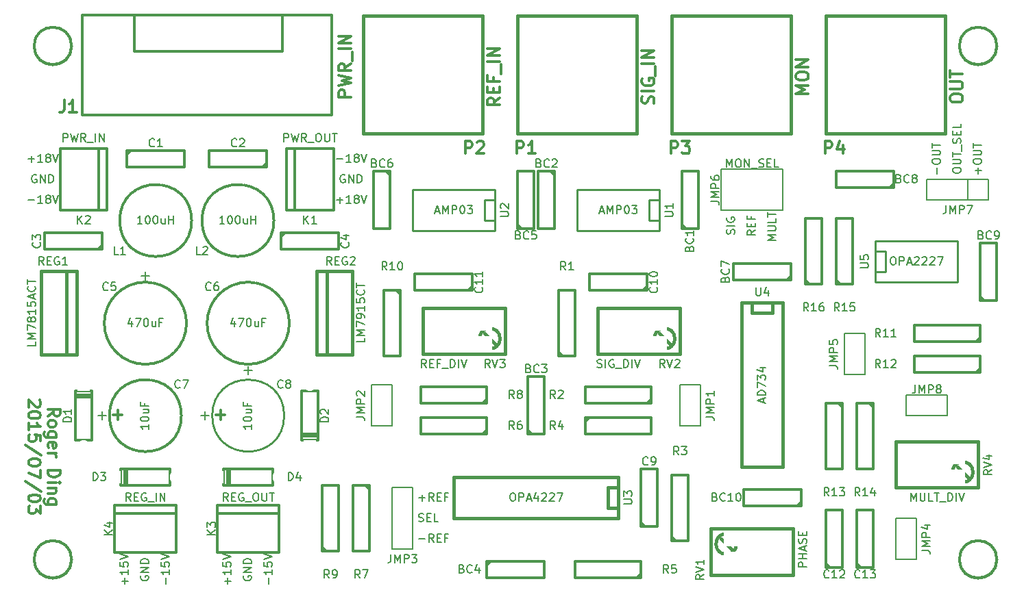
<source format=gto>
G04 (created by PCBNEW (2013-07-07 BZR 4022)-stable) date 12/07/2015 18:34:44*
%MOIN*%
G04 Gerber Fmt 3.4, Leading zero omitted, Abs format*
%FSLAX34Y34*%
G01*
G70*
G90*
G04 APERTURE LIST*
%ADD10C,0.00590551*%
%ADD11C,0.011811*%
%ADD12C,0.015*%
%ADD13C,0.01*%
%ADD14C,0.012*%
%ADD15C,0.008*%
%ADD16C,0.006*%
%ADD17R,0.068X0.068*%
%ADD18C,0.068*%
%ADD19R,0.0867402X0.0867402*%
%ADD20C,0.0867402*%
%ADD21C,0.0768976*%
%ADD22R,0.0768976X0.0768976*%
%ADD23R,0.078X0.078*%
%ADD24C,0.078*%
%ADD25R,0.063X0.063*%
%ADD26C,0.063*%
%ADD27O,0.1458X0.2049*%
%ADD28C,0.071*%
%ADD29C,0.158*%
%ADD30C,0.168*%
G04 APERTURE END LIST*
G54D10*
G54D11*
X24760Y-41517D02*
X25042Y-41320D01*
X24760Y-41179D02*
X25351Y-41179D01*
X25351Y-41404D01*
X25323Y-41461D01*
X25295Y-41489D01*
X25239Y-41517D01*
X25154Y-41517D01*
X25098Y-41489D01*
X25070Y-41461D01*
X25042Y-41404D01*
X25042Y-41179D01*
X24760Y-41854D02*
X24789Y-41798D01*
X24817Y-41770D01*
X24873Y-41742D01*
X25042Y-41742D01*
X25098Y-41770D01*
X25126Y-41798D01*
X25154Y-41854D01*
X25154Y-41939D01*
X25126Y-41995D01*
X25098Y-42023D01*
X25042Y-42051D01*
X24873Y-42051D01*
X24817Y-42023D01*
X24789Y-41995D01*
X24760Y-41939D01*
X24760Y-41854D01*
X25154Y-42557D02*
X24676Y-42557D01*
X24620Y-42529D01*
X24592Y-42501D01*
X24564Y-42445D01*
X24564Y-42361D01*
X24592Y-42304D01*
X24789Y-42557D02*
X24760Y-42501D01*
X24760Y-42389D01*
X24789Y-42332D01*
X24817Y-42304D01*
X24873Y-42276D01*
X25042Y-42276D01*
X25098Y-42304D01*
X25126Y-42332D01*
X25154Y-42389D01*
X25154Y-42501D01*
X25126Y-42557D01*
X24789Y-43064D02*
X24760Y-43007D01*
X24760Y-42895D01*
X24789Y-42839D01*
X24845Y-42811D01*
X25070Y-42811D01*
X25126Y-42839D01*
X25154Y-42895D01*
X25154Y-43007D01*
X25126Y-43064D01*
X25070Y-43092D01*
X25014Y-43092D01*
X24957Y-42811D01*
X24760Y-43345D02*
X25154Y-43345D01*
X25042Y-43345D02*
X25098Y-43373D01*
X25126Y-43401D01*
X25154Y-43457D01*
X25154Y-43514D01*
X24760Y-44160D02*
X25351Y-44160D01*
X25351Y-44301D01*
X25323Y-44385D01*
X25267Y-44442D01*
X25210Y-44470D01*
X25098Y-44498D01*
X25014Y-44498D01*
X24901Y-44470D01*
X24845Y-44442D01*
X24789Y-44385D01*
X24760Y-44301D01*
X24760Y-44160D01*
X24760Y-44751D02*
X25154Y-44751D01*
X25351Y-44751D02*
X25323Y-44723D01*
X25295Y-44751D01*
X25323Y-44779D01*
X25351Y-44751D01*
X25295Y-44751D01*
X25154Y-45032D02*
X24760Y-45032D01*
X25098Y-45032D02*
X25126Y-45060D01*
X25154Y-45116D01*
X25154Y-45201D01*
X25126Y-45257D01*
X25070Y-45285D01*
X24760Y-45285D01*
X25154Y-45820D02*
X24676Y-45820D01*
X24620Y-45791D01*
X24592Y-45763D01*
X24564Y-45707D01*
X24564Y-45623D01*
X24592Y-45566D01*
X24789Y-45820D02*
X24760Y-45763D01*
X24760Y-45651D01*
X24789Y-45595D01*
X24817Y-45566D01*
X24873Y-45538D01*
X25042Y-45538D01*
X25098Y-45566D01*
X25126Y-45595D01*
X25154Y-45651D01*
X25154Y-45763D01*
X25126Y-45820D01*
X24350Y-40744D02*
X24378Y-40772D01*
X24406Y-40828D01*
X24406Y-40969D01*
X24378Y-41025D01*
X24350Y-41053D01*
X24294Y-41081D01*
X24237Y-41081D01*
X24153Y-41053D01*
X23816Y-40715D01*
X23816Y-41081D01*
X24406Y-41447D02*
X24406Y-41503D01*
X24378Y-41559D01*
X24350Y-41587D01*
X24294Y-41615D01*
X24181Y-41643D01*
X24041Y-41643D01*
X23928Y-41615D01*
X23872Y-41587D01*
X23844Y-41559D01*
X23816Y-41503D01*
X23816Y-41447D01*
X23844Y-41390D01*
X23872Y-41362D01*
X23928Y-41334D01*
X24041Y-41306D01*
X24181Y-41306D01*
X24294Y-41334D01*
X24350Y-41362D01*
X24378Y-41390D01*
X24406Y-41447D01*
X23816Y-42206D02*
X23816Y-41868D01*
X23816Y-42037D02*
X24406Y-42037D01*
X24322Y-41981D01*
X24266Y-41925D01*
X24237Y-41868D01*
X24406Y-42740D02*
X24406Y-42459D01*
X24125Y-42431D01*
X24153Y-42459D01*
X24181Y-42515D01*
X24181Y-42656D01*
X24153Y-42712D01*
X24125Y-42740D01*
X24069Y-42768D01*
X23928Y-42768D01*
X23872Y-42740D01*
X23844Y-42712D01*
X23816Y-42656D01*
X23816Y-42515D01*
X23844Y-42459D01*
X23872Y-42431D01*
X24434Y-43443D02*
X23675Y-42937D01*
X24406Y-43753D02*
X24406Y-43809D01*
X24378Y-43865D01*
X24350Y-43893D01*
X24294Y-43921D01*
X24181Y-43949D01*
X24041Y-43949D01*
X23928Y-43921D01*
X23872Y-43893D01*
X23844Y-43865D01*
X23816Y-43809D01*
X23816Y-43753D01*
X23844Y-43696D01*
X23872Y-43668D01*
X23928Y-43640D01*
X24041Y-43612D01*
X24181Y-43612D01*
X24294Y-43640D01*
X24350Y-43668D01*
X24378Y-43696D01*
X24406Y-43753D01*
X24406Y-44146D02*
X24406Y-44540D01*
X23816Y-44287D01*
X24434Y-45187D02*
X23675Y-44681D01*
X24406Y-45496D02*
X24406Y-45552D01*
X24378Y-45609D01*
X24350Y-45637D01*
X24294Y-45665D01*
X24181Y-45693D01*
X24041Y-45693D01*
X23928Y-45665D01*
X23872Y-45637D01*
X23844Y-45609D01*
X23816Y-45552D01*
X23816Y-45496D01*
X23844Y-45440D01*
X23872Y-45412D01*
X23928Y-45384D01*
X24041Y-45356D01*
X24181Y-45356D01*
X24294Y-45384D01*
X24350Y-45412D01*
X24378Y-45440D01*
X24406Y-45496D01*
X24406Y-45890D02*
X24406Y-46255D01*
X24181Y-46059D01*
X24181Y-46143D01*
X24153Y-46199D01*
X24125Y-46227D01*
X24069Y-46255D01*
X23928Y-46255D01*
X23872Y-46227D01*
X23844Y-46199D01*
X23816Y-46143D01*
X23816Y-45974D01*
X23844Y-45918D01*
X23872Y-45890D01*
G54D12*
X52500Y-46500D02*
X44500Y-46500D01*
X44500Y-44500D02*
X52500Y-44500D01*
X52500Y-44500D02*
X52500Y-46500D01*
X52500Y-46000D02*
X52000Y-46000D01*
X52000Y-46000D02*
X52000Y-45000D01*
X52000Y-45000D02*
X52500Y-45000D01*
X44500Y-46500D02*
X44500Y-44500D01*
X60500Y-36000D02*
X60500Y-44000D01*
X58500Y-44000D02*
X58500Y-36000D01*
X58500Y-36000D02*
X60500Y-36000D01*
X60000Y-36000D02*
X60000Y-36500D01*
X60000Y-36500D02*
X59000Y-36500D01*
X59000Y-36500D02*
X59000Y-36000D01*
X60500Y-44000D02*
X58500Y-44000D01*
G54D13*
X65000Y-33500D02*
X65500Y-33500D01*
X65500Y-33500D02*
X65500Y-34500D01*
X65500Y-34500D02*
X65000Y-34500D01*
X65000Y-33000D02*
X69000Y-33000D01*
X69000Y-33000D02*
X69000Y-35000D01*
X69000Y-35000D02*
X65000Y-35000D01*
X65000Y-35000D02*
X65000Y-33000D01*
X54500Y-32000D02*
X54000Y-32000D01*
X54000Y-32000D02*
X54000Y-31000D01*
X54000Y-31000D02*
X54500Y-31000D01*
X54500Y-32500D02*
X50500Y-32500D01*
X50500Y-32500D02*
X50500Y-30500D01*
X50500Y-30500D02*
X54500Y-30500D01*
X54500Y-30500D02*
X54500Y-32500D01*
X46500Y-32000D02*
X46000Y-32000D01*
X46000Y-32000D02*
X46000Y-31000D01*
X46000Y-31000D02*
X46500Y-31000D01*
X46500Y-32500D02*
X42500Y-32500D01*
X42500Y-32500D02*
X42500Y-30500D01*
X42500Y-30500D02*
X46500Y-30500D01*
X46500Y-30500D02*
X46500Y-32500D01*
G54D14*
X36366Y-28500D02*
X38649Y-28500D01*
X36366Y-31500D02*
X38649Y-31500D01*
X36759Y-28500D02*
X36759Y-31500D01*
X38649Y-28500D02*
X38649Y-31500D01*
X36366Y-28500D02*
X36366Y-31500D01*
X27633Y-31500D02*
X25350Y-31500D01*
X27633Y-28500D02*
X25350Y-28500D01*
X27240Y-31500D02*
X27240Y-28500D01*
X25350Y-31500D02*
X25350Y-28500D01*
X27633Y-31500D02*
X27633Y-28500D01*
X31000Y-45866D02*
X31000Y-48149D01*
X28000Y-45866D02*
X28000Y-48149D01*
X31000Y-46259D02*
X28000Y-46259D01*
X31000Y-48149D02*
X28000Y-48149D01*
X31000Y-45866D02*
X28000Y-45866D01*
X36000Y-45866D02*
X36000Y-48149D01*
X33000Y-45866D02*
X33000Y-48149D01*
X36000Y-46259D02*
X33000Y-46259D01*
X36000Y-48149D02*
X33000Y-48149D01*
X36000Y-45866D02*
X33000Y-45866D01*
G54D12*
X46000Y-37500D02*
X46500Y-38000D01*
X46750Y-37750D02*
G75*
G03X46750Y-37750I-500J0D01*
G74*
G01*
X43000Y-38250D02*
X43000Y-38500D01*
X43000Y-38500D02*
X47000Y-38500D01*
X47000Y-36250D02*
X43000Y-36250D01*
X43000Y-36250D02*
X43000Y-38250D01*
X47000Y-38500D02*
X47000Y-36250D01*
X54500Y-37500D02*
X55000Y-38000D01*
X55250Y-37750D02*
G75*
G03X55250Y-37750I-500J0D01*
G74*
G01*
X51500Y-38250D02*
X51500Y-38500D01*
X51500Y-38500D02*
X55500Y-38500D01*
X55500Y-36250D02*
X51500Y-36250D01*
X51500Y-36250D02*
X51500Y-38250D01*
X55500Y-38500D02*
X55500Y-36250D01*
X69000Y-44000D02*
X69500Y-44500D01*
X69750Y-44250D02*
G75*
G03X69750Y-44250I-500J0D01*
G74*
G01*
X66000Y-44750D02*
X66000Y-45000D01*
X66000Y-45000D02*
X70000Y-45000D01*
X70000Y-42750D02*
X66000Y-42750D01*
X66000Y-42750D02*
X66000Y-44750D01*
X70000Y-45000D02*
X70000Y-42750D01*
X58000Y-48000D02*
X57500Y-47500D01*
X58250Y-47750D02*
G75*
G03X58250Y-47750I-500J0D01*
G74*
G01*
X61000Y-47250D02*
X61000Y-47000D01*
X61000Y-47000D02*
X57000Y-47000D01*
X57000Y-49250D02*
X61000Y-49250D01*
X61000Y-49250D02*
X61000Y-47250D01*
X57000Y-47000D02*
X57000Y-49250D01*
X38325Y-38530D02*
X38325Y-34470D01*
X39575Y-38530D02*
X37825Y-38530D01*
X37825Y-38530D02*
X37825Y-34470D01*
X37825Y-34470D02*
X39575Y-34470D01*
X39575Y-34470D02*
X39575Y-38530D01*
X25675Y-34470D02*
X25675Y-38530D01*
X24425Y-34470D02*
X26175Y-34470D01*
X26175Y-34470D02*
X26175Y-38530D01*
X26175Y-38530D02*
X24425Y-38530D01*
X24425Y-38530D02*
X24425Y-34470D01*
G54D15*
X60500Y-31500D02*
X57500Y-31500D01*
X57500Y-29500D02*
X60500Y-29500D01*
X60500Y-29500D02*
X60500Y-31500D01*
X57500Y-31500D02*
X57500Y-29500D01*
G54D16*
X66500Y-41500D02*
X66500Y-40500D01*
X66500Y-40500D02*
X68500Y-40500D01*
X68500Y-40500D02*
X68500Y-41500D01*
X68500Y-41500D02*
X66500Y-41500D01*
X70500Y-30000D02*
X70500Y-31000D01*
X70500Y-31000D02*
X67500Y-31000D01*
X67500Y-31000D02*
X67500Y-30000D01*
X67500Y-30000D02*
X70500Y-30000D01*
X69500Y-31000D02*
X69500Y-30000D01*
G54D10*
X34300Y-39300D02*
X34700Y-39300D01*
X34500Y-39100D02*
X34500Y-39500D01*
G54D14*
X36500Y-37000D02*
G75*
G03X36500Y-37000I-2000J0D01*
G74*
G01*
G54D10*
X29700Y-34700D02*
X29300Y-34700D01*
X29500Y-34900D02*
X29500Y-34500D01*
G54D14*
X31500Y-37000D02*
G75*
G03X31500Y-37000I-2000J0D01*
G74*
G01*
G54D10*
X32200Y-41500D02*
X32600Y-41500D01*
X32400Y-41300D02*
X32400Y-41700D01*
G54D13*
X36250Y-41500D02*
G75*
G03X36250Y-41500I-1750J0D01*
G74*
G01*
G54D10*
X27400Y-41300D02*
X27400Y-41700D01*
X27600Y-41500D02*
X27200Y-41500D01*
G54D14*
X31250Y-41500D02*
G75*
G03X31250Y-41500I-1750J0D01*
G74*
G01*
G54D16*
X41500Y-45000D02*
X42500Y-45000D01*
X42500Y-45000D02*
X42500Y-48000D01*
X42500Y-48000D02*
X41500Y-48000D01*
X41500Y-48000D02*
X41500Y-45000D01*
X67000Y-48500D02*
X66000Y-48500D01*
X66000Y-48500D02*
X66000Y-46500D01*
X66000Y-46500D02*
X67000Y-46500D01*
X67000Y-46500D02*
X67000Y-48500D01*
X64500Y-39500D02*
X63500Y-39500D01*
X63500Y-39500D02*
X63500Y-37500D01*
X63500Y-37500D02*
X64500Y-37500D01*
X64500Y-37500D02*
X64500Y-39500D01*
X56500Y-42000D02*
X55500Y-42000D01*
X55500Y-42000D02*
X55500Y-40000D01*
X55500Y-40000D02*
X56500Y-40000D01*
X56500Y-40000D02*
X56500Y-42000D01*
X41500Y-42000D02*
X40500Y-42000D01*
X40500Y-42000D02*
X40500Y-40000D01*
X40500Y-40000D02*
X41500Y-40000D01*
X41500Y-40000D02*
X41500Y-42000D01*
G54D12*
X47606Y-27774D02*
X53393Y-27774D01*
X53393Y-27774D02*
X53393Y-22025D01*
X53393Y-22025D02*
X47604Y-22025D01*
X47606Y-22025D02*
X47606Y-27774D01*
G54D14*
X26435Y-26850D02*
X38565Y-26850D01*
X38565Y-26850D02*
X38565Y-22010D01*
X38565Y-22010D02*
X26435Y-22010D01*
X26435Y-22010D02*
X26435Y-26850D01*
X28950Y-22010D02*
X28950Y-23750D01*
X28950Y-23750D02*
X36150Y-23750D01*
X36150Y-23750D02*
X36150Y-22010D01*
X50000Y-39000D02*
X50000Y-38600D01*
X50000Y-38600D02*
X49600Y-38600D01*
X49600Y-38600D02*
X49600Y-35400D01*
X49600Y-35400D02*
X50400Y-35400D01*
X50400Y-35400D02*
X50400Y-38600D01*
X50400Y-38600D02*
X50000Y-38600D01*
X49800Y-38600D02*
X49600Y-38400D01*
X50000Y-35000D02*
X50000Y-35400D01*
X46500Y-40500D02*
X46100Y-40500D01*
X46100Y-40500D02*
X46100Y-40900D01*
X46100Y-40900D02*
X42900Y-40900D01*
X42900Y-40900D02*
X42900Y-40100D01*
X42900Y-40100D02*
X46100Y-40100D01*
X46100Y-40100D02*
X46100Y-40500D01*
X46100Y-40700D02*
X45900Y-40900D01*
X42500Y-40500D02*
X42900Y-40500D01*
X46500Y-42000D02*
X46100Y-42000D01*
X46100Y-42000D02*
X46100Y-42400D01*
X46100Y-42400D02*
X42900Y-42400D01*
X42900Y-42400D02*
X42900Y-41600D01*
X42900Y-41600D02*
X46100Y-41600D01*
X46100Y-41600D02*
X46100Y-42000D01*
X46100Y-42200D02*
X45900Y-42400D01*
X42500Y-42000D02*
X42900Y-42000D01*
X41500Y-35000D02*
X41500Y-35400D01*
X41500Y-35400D02*
X41900Y-35400D01*
X41900Y-35400D02*
X41900Y-38600D01*
X41900Y-38600D02*
X41100Y-38600D01*
X41100Y-38600D02*
X41100Y-35400D01*
X41100Y-35400D02*
X41500Y-35400D01*
X41700Y-35400D02*
X41900Y-35600D01*
X41500Y-39000D02*
X41500Y-38600D01*
X50500Y-42000D02*
X50900Y-42000D01*
X50900Y-42000D02*
X50900Y-41600D01*
X50900Y-41600D02*
X54100Y-41600D01*
X54100Y-41600D02*
X54100Y-42400D01*
X54100Y-42400D02*
X50900Y-42400D01*
X50900Y-42400D02*
X50900Y-42000D01*
X50900Y-41800D02*
X51100Y-41600D01*
X54500Y-42000D02*
X54100Y-42000D01*
X40000Y-44500D02*
X40000Y-44900D01*
X40000Y-44900D02*
X40400Y-44900D01*
X40400Y-44900D02*
X40400Y-48100D01*
X40400Y-48100D02*
X39600Y-48100D01*
X39600Y-48100D02*
X39600Y-44900D01*
X39600Y-44900D02*
X40000Y-44900D01*
X40200Y-44900D02*
X40400Y-45100D01*
X40000Y-48500D02*
X40000Y-48100D01*
X38500Y-48500D02*
X38500Y-48100D01*
X38500Y-48100D02*
X38100Y-48100D01*
X38100Y-48100D02*
X38100Y-44900D01*
X38100Y-44900D02*
X38900Y-44900D01*
X38900Y-44900D02*
X38900Y-48100D01*
X38900Y-48100D02*
X38500Y-48100D01*
X38300Y-48100D02*
X38100Y-47900D01*
X38500Y-44500D02*
X38500Y-44900D01*
X54000Y-49000D02*
X53600Y-49000D01*
X53600Y-49000D02*
X53600Y-49400D01*
X53600Y-49400D02*
X50400Y-49400D01*
X50400Y-49400D02*
X50400Y-48600D01*
X50400Y-48600D02*
X53600Y-48600D01*
X53600Y-48600D02*
X53600Y-49000D01*
X53600Y-49200D02*
X53400Y-49400D01*
X50000Y-49000D02*
X50400Y-49000D01*
X55500Y-48000D02*
X55500Y-47600D01*
X55500Y-47600D02*
X55100Y-47600D01*
X55100Y-47600D02*
X55100Y-44400D01*
X55100Y-44400D02*
X55900Y-44400D01*
X55900Y-44400D02*
X55900Y-47600D01*
X55900Y-47600D02*
X55500Y-47600D01*
X55300Y-47600D02*
X55100Y-47400D01*
X55500Y-44000D02*
X55500Y-44400D01*
X54500Y-40500D02*
X54100Y-40500D01*
X54100Y-40500D02*
X54100Y-40900D01*
X54100Y-40900D02*
X50900Y-40900D01*
X50900Y-40900D02*
X50900Y-40100D01*
X50900Y-40100D02*
X54100Y-40100D01*
X54100Y-40100D02*
X54100Y-40500D01*
X54100Y-40700D02*
X53900Y-40900D01*
X50500Y-40500D02*
X50900Y-40500D01*
X63000Y-40500D02*
X63000Y-40900D01*
X63000Y-40900D02*
X63400Y-40900D01*
X63400Y-40900D02*
X63400Y-44100D01*
X63400Y-44100D02*
X62600Y-44100D01*
X62600Y-44100D02*
X62600Y-40900D01*
X62600Y-40900D02*
X63000Y-40900D01*
X63200Y-40900D02*
X63400Y-41100D01*
X63000Y-44500D02*
X63000Y-44100D01*
X64500Y-40500D02*
X64500Y-40900D01*
X64500Y-40900D02*
X64900Y-40900D01*
X64900Y-40900D02*
X64900Y-44100D01*
X64900Y-44100D02*
X64100Y-44100D01*
X64100Y-44100D02*
X64100Y-40900D01*
X64100Y-40900D02*
X64500Y-40900D01*
X64700Y-40900D02*
X64900Y-41100D01*
X64500Y-44500D02*
X64500Y-44100D01*
X70500Y-37500D02*
X70100Y-37500D01*
X70100Y-37500D02*
X70100Y-37900D01*
X70100Y-37900D02*
X66900Y-37900D01*
X66900Y-37900D02*
X66900Y-37100D01*
X66900Y-37100D02*
X70100Y-37100D01*
X70100Y-37100D02*
X70100Y-37500D01*
X70100Y-37700D02*
X69900Y-37900D01*
X66500Y-37500D02*
X66900Y-37500D01*
X70500Y-39000D02*
X70100Y-39000D01*
X70100Y-39000D02*
X70100Y-39400D01*
X70100Y-39400D02*
X66900Y-39400D01*
X66900Y-39400D02*
X66900Y-38600D01*
X66900Y-38600D02*
X70100Y-38600D01*
X70100Y-38600D02*
X70100Y-39000D01*
X70100Y-39200D02*
X69900Y-39400D01*
X66500Y-39000D02*
X66900Y-39000D01*
X53900Y-35400D02*
X51100Y-35400D01*
X51100Y-35400D02*
X51100Y-34600D01*
X51100Y-34600D02*
X53900Y-34600D01*
X53900Y-34600D02*
X53900Y-35400D01*
X53900Y-35200D02*
X53700Y-35400D01*
X28600Y-28600D02*
X31400Y-28600D01*
X31400Y-28600D02*
X31400Y-29400D01*
X31400Y-29400D02*
X28600Y-29400D01*
X28600Y-29400D02*
X28600Y-28600D01*
X28600Y-28800D02*
X28800Y-28600D01*
X35400Y-29400D02*
X32600Y-29400D01*
X32600Y-29400D02*
X32600Y-28600D01*
X32600Y-28600D02*
X35400Y-28600D01*
X35400Y-28600D02*
X35400Y-29400D01*
X35400Y-29200D02*
X35200Y-29400D01*
X70100Y-35900D02*
X70100Y-33100D01*
X70100Y-33100D02*
X70900Y-33100D01*
X70900Y-33100D02*
X70900Y-35900D01*
X70900Y-35900D02*
X70100Y-35900D01*
X70300Y-35900D02*
X70100Y-35700D01*
X65900Y-30400D02*
X63100Y-30400D01*
X63100Y-30400D02*
X63100Y-29600D01*
X63100Y-29600D02*
X65900Y-29600D01*
X65900Y-29600D02*
X65900Y-30400D01*
X65900Y-30200D02*
X65700Y-30400D01*
X27400Y-33400D02*
X24600Y-33400D01*
X24600Y-33400D02*
X24600Y-32600D01*
X24600Y-32600D02*
X27400Y-32600D01*
X27400Y-32600D02*
X27400Y-33400D01*
X27400Y-33200D02*
X27200Y-33400D01*
X36100Y-32600D02*
X38900Y-32600D01*
X38900Y-32600D02*
X38900Y-33400D01*
X38900Y-33400D02*
X36100Y-33400D01*
X36100Y-33400D02*
X36100Y-32600D01*
X36100Y-32800D02*
X36300Y-32600D01*
X64100Y-48900D02*
X64100Y-46100D01*
X64100Y-46100D02*
X64900Y-46100D01*
X64900Y-46100D02*
X64900Y-48900D01*
X64900Y-48900D02*
X64100Y-48900D01*
X64300Y-48900D02*
X64100Y-48700D01*
X62600Y-48900D02*
X62600Y-46100D01*
X62600Y-46100D02*
X63400Y-46100D01*
X63400Y-46100D02*
X63400Y-48900D01*
X63400Y-48900D02*
X62600Y-48900D01*
X62800Y-48900D02*
X62600Y-48700D01*
X61400Y-45900D02*
X58600Y-45900D01*
X58600Y-45900D02*
X58600Y-45100D01*
X58600Y-45100D02*
X61400Y-45100D01*
X61400Y-45100D02*
X61400Y-45900D01*
X61400Y-45700D02*
X61200Y-45900D01*
X60900Y-34900D02*
X58100Y-34900D01*
X58100Y-34900D02*
X58100Y-34100D01*
X58100Y-34100D02*
X60900Y-34100D01*
X60900Y-34100D02*
X60900Y-34900D01*
X60900Y-34700D02*
X60700Y-34900D01*
X41400Y-29600D02*
X41400Y-32400D01*
X41400Y-32400D02*
X40600Y-32400D01*
X40600Y-32400D02*
X40600Y-29600D01*
X40600Y-29600D02*
X41400Y-29600D01*
X41200Y-29600D02*
X41400Y-29800D01*
X46100Y-48600D02*
X48900Y-48600D01*
X48900Y-48600D02*
X48900Y-49400D01*
X48900Y-49400D02*
X46100Y-49400D01*
X46100Y-49400D02*
X46100Y-48600D01*
X46100Y-48800D02*
X46300Y-48600D01*
X47600Y-32400D02*
X47600Y-29600D01*
X47600Y-29600D02*
X48400Y-29600D01*
X48400Y-29600D02*
X48400Y-32400D01*
X48400Y-32400D02*
X47600Y-32400D01*
X47800Y-32400D02*
X47600Y-32200D01*
X53600Y-46900D02*
X53600Y-44100D01*
X53600Y-44100D02*
X54400Y-44100D01*
X54400Y-44100D02*
X54400Y-46900D01*
X54400Y-46900D02*
X53600Y-46900D01*
X53800Y-46900D02*
X53600Y-46700D01*
X49400Y-29600D02*
X49400Y-32400D01*
X49400Y-32400D02*
X48600Y-32400D01*
X48600Y-32400D02*
X48600Y-29600D01*
X48600Y-29600D02*
X49400Y-29600D01*
X49200Y-29600D02*
X49400Y-29800D01*
X55600Y-32400D02*
X55600Y-29600D01*
X55600Y-29600D02*
X56400Y-29600D01*
X56400Y-29600D02*
X56400Y-32400D01*
X56400Y-32400D02*
X55600Y-32400D01*
X55800Y-32400D02*
X55600Y-32200D01*
X48100Y-42400D02*
X48100Y-39600D01*
X48100Y-39600D02*
X48900Y-39600D01*
X48900Y-39600D02*
X48900Y-42400D01*
X48900Y-42400D02*
X48100Y-42400D01*
X48300Y-42400D02*
X48100Y-42200D01*
X45400Y-35400D02*
X42600Y-35400D01*
X42600Y-35400D02*
X42600Y-34600D01*
X42600Y-34600D02*
X45400Y-34600D01*
X45400Y-34600D02*
X45400Y-35400D01*
X45400Y-35200D02*
X45200Y-35400D01*
G54D12*
X40106Y-27774D02*
X45893Y-27774D01*
X45893Y-27774D02*
X45893Y-22025D01*
X45893Y-22025D02*
X40104Y-22025D01*
X40106Y-22025D02*
X40106Y-27774D01*
G54D14*
X31750Y-32000D02*
G75*
G03X31750Y-32000I-1750J0D01*
G74*
G01*
X35750Y-32000D02*
G75*
G03X35750Y-32000I-1750J0D01*
G74*
G01*
G54D12*
X70900Y-23500D02*
G75*
G03X70900Y-23500I-900J0D01*
G74*
G01*
X70900Y-48500D02*
G75*
G03X70900Y-48500I-900J0D01*
G74*
G01*
X25900Y-48500D02*
G75*
G03X25900Y-48500I-900J0D01*
G74*
G01*
X25900Y-23500D02*
G75*
G03X25900Y-23500I-900J0D01*
G74*
G01*
X55106Y-27774D02*
X60893Y-27774D01*
X60893Y-27774D02*
X60893Y-22025D01*
X60893Y-22025D02*
X55104Y-22025D01*
X55106Y-22025D02*
X55106Y-27774D01*
X62606Y-27774D02*
X68393Y-27774D01*
X68393Y-27774D02*
X68393Y-22025D01*
X68393Y-22025D02*
X62604Y-22025D01*
X62606Y-22025D02*
X62606Y-27774D01*
G54D14*
X28000Y-44500D02*
X28300Y-44500D01*
X28300Y-44500D02*
X28300Y-44900D01*
X28300Y-44900D02*
X30700Y-44900D01*
X30700Y-44900D02*
X30700Y-44500D01*
X30700Y-44500D02*
X31000Y-44500D01*
X30700Y-44500D02*
X30700Y-44100D01*
X30700Y-44100D02*
X28300Y-44100D01*
X28300Y-44100D02*
X28300Y-44500D01*
X28500Y-44900D02*
X28500Y-44100D01*
X28600Y-44100D02*
X28600Y-44900D01*
X33000Y-44500D02*
X33300Y-44500D01*
X33300Y-44500D02*
X33300Y-44900D01*
X33300Y-44900D02*
X35700Y-44900D01*
X35700Y-44900D02*
X35700Y-44500D01*
X35700Y-44500D02*
X36000Y-44500D01*
X35700Y-44500D02*
X35700Y-44100D01*
X35700Y-44100D02*
X33300Y-44100D01*
X33300Y-44100D02*
X33300Y-44500D01*
X33500Y-44900D02*
X33500Y-44100D01*
X33600Y-44100D02*
X33600Y-44900D01*
X26500Y-40000D02*
X26500Y-40300D01*
X26500Y-40300D02*
X26100Y-40300D01*
X26100Y-40300D02*
X26100Y-42700D01*
X26100Y-42700D02*
X26500Y-42700D01*
X26500Y-42700D02*
X26500Y-43000D01*
X26500Y-42700D02*
X26900Y-42700D01*
X26900Y-42700D02*
X26900Y-40300D01*
X26900Y-40300D02*
X26500Y-40300D01*
X26100Y-40500D02*
X26900Y-40500D01*
X26900Y-40600D02*
X26100Y-40600D01*
X37500Y-43000D02*
X37500Y-42700D01*
X37500Y-42700D02*
X37900Y-42700D01*
X37900Y-42700D02*
X37900Y-40300D01*
X37900Y-40300D02*
X37500Y-40300D01*
X37500Y-40300D02*
X37500Y-40000D01*
X37500Y-40300D02*
X37100Y-40300D01*
X37100Y-40300D02*
X37100Y-42700D01*
X37100Y-42700D02*
X37500Y-42700D01*
X37900Y-42500D02*
X37100Y-42500D01*
X37100Y-42400D02*
X37900Y-42400D01*
X63500Y-35500D02*
X63500Y-35100D01*
X63500Y-35100D02*
X63100Y-35100D01*
X63100Y-35100D02*
X63100Y-31900D01*
X63100Y-31900D02*
X63900Y-31900D01*
X63900Y-31900D02*
X63900Y-35100D01*
X63900Y-35100D02*
X63500Y-35100D01*
X63300Y-35100D02*
X63100Y-34900D01*
X63500Y-31500D02*
X63500Y-31900D01*
X62000Y-35500D02*
X62000Y-35100D01*
X62000Y-35100D02*
X61600Y-35100D01*
X61600Y-35100D02*
X61600Y-31900D01*
X61600Y-31900D02*
X62400Y-31900D01*
X62400Y-31900D02*
X62400Y-35100D01*
X62400Y-35100D02*
X62000Y-35100D01*
X61800Y-35100D02*
X61600Y-34900D01*
X62000Y-31500D02*
X62000Y-31900D01*
G54D15*
X52761Y-45804D02*
X53085Y-45804D01*
X53123Y-45785D01*
X53142Y-45766D01*
X53161Y-45728D01*
X53161Y-45652D01*
X53142Y-45614D01*
X53123Y-45595D01*
X53085Y-45576D01*
X52761Y-45576D01*
X52761Y-45423D02*
X52761Y-45176D01*
X52914Y-45309D01*
X52914Y-45252D01*
X52933Y-45214D01*
X52952Y-45195D01*
X52990Y-45176D01*
X53085Y-45176D01*
X53123Y-45195D01*
X53142Y-45214D01*
X53161Y-45252D01*
X53161Y-45366D01*
X53142Y-45404D01*
X53123Y-45423D01*
X47328Y-45261D02*
X47404Y-45261D01*
X47442Y-45280D01*
X47480Y-45319D01*
X47500Y-45395D01*
X47500Y-45528D01*
X47480Y-45604D01*
X47442Y-45642D01*
X47404Y-45661D01*
X47328Y-45661D01*
X47290Y-45642D01*
X47252Y-45604D01*
X47233Y-45528D01*
X47233Y-45395D01*
X47252Y-45319D01*
X47290Y-45280D01*
X47328Y-45261D01*
X47671Y-45661D02*
X47671Y-45261D01*
X47823Y-45261D01*
X47861Y-45280D01*
X47880Y-45300D01*
X47900Y-45338D01*
X47900Y-45395D01*
X47880Y-45433D01*
X47861Y-45452D01*
X47823Y-45471D01*
X47671Y-45471D01*
X48052Y-45547D02*
X48242Y-45547D01*
X48014Y-45661D02*
X48147Y-45261D01*
X48280Y-45661D01*
X48585Y-45395D02*
X48585Y-45661D01*
X48490Y-45242D02*
X48395Y-45528D01*
X48642Y-45528D01*
X48776Y-45300D02*
X48795Y-45280D01*
X48833Y-45261D01*
X48928Y-45261D01*
X48966Y-45280D01*
X48985Y-45300D01*
X49004Y-45338D01*
X49004Y-45376D01*
X48985Y-45433D01*
X48757Y-45661D01*
X49004Y-45661D01*
X49157Y-45300D02*
X49176Y-45280D01*
X49214Y-45261D01*
X49309Y-45261D01*
X49347Y-45280D01*
X49366Y-45300D01*
X49385Y-45338D01*
X49385Y-45376D01*
X49366Y-45433D01*
X49138Y-45661D01*
X49385Y-45661D01*
X49519Y-45261D02*
X49785Y-45261D01*
X49614Y-45661D01*
X59195Y-35261D02*
X59195Y-35585D01*
X59214Y-35623D01*
X59233Y-35642D01*
X59271Y-35661D01*
X59347Y-35661D01*
X59385Y-35642D01*
X59404Y-35623D01*
X59423Y-35585D01*
X59423Y-35261D01*
X59785Y-35395D02*
X59785Y-35661D01*
X59690Y-35242D02*
X59595Y-35528D01*
X59842Y-35528D01*
X59547Y-40866D02*
X59547Y-40676D01*
X59661Y-40904D02*
X59261Y-40771D01*
X59661Y-40638D01*
X59661Y-40504D02*
X59261Y-40504D01*
X59261Y-40409D01*
X59280Y-40352D01*
X59319Y-40314D01*
X59357Y-40295D01*
X59433Y-40276D01*
X59490Y-40276D01*
X59566Y-40295D01*
X59604Y-40314D01*
X59642Y-40352D01*
X59661Y-40409D01*
X59661Y-40504D01*
X59261Y-40142D02*
X59261Y-39876D01*
X59661Y-40047D01*
X59261Y-39761D02*
X59261Y-39514D01*
X59414Y-39647D01*
X59414Y-39590D01*
X59433Y-39552D01*
X59452Y-39533D01*
X59490Y-39514D01*
X59585Y-39514D01*
X59623Y-39533D01*
X59642Y-39552D01*
X59661Y-39590D01*
X59661Y-39704D01*
X59642Y-39742D01*
X59623Y-39761D01*
X59395Y-39171D02*
X59661Y-39171D01*
X59242Y-39266D02*
X59528Y-39361D01*
X59528Y-39114D01*
X64261Y-34304D02*
X64585Y-34304D01*
X64623Y-34285D01*
X64642Y-34266D01*
X64661Y-34228D01*
X64661Y-34152D01*
X64642Y-34114D01*
X64623Y-34095D01*
X64585Y-34076D01*
X64261Y-34076D01*
X64261Y-33695D02*
X64261Y-33885D01*
X64452Y-33904D01*
X64433Y-33885D01*
X64414Y-33847D01*
X64414Y-33752D01*
X64433Y-33714D01*
X64452Y-33695D01*
X64490Y-33676D01*
X64585Y-33676D01*
X64623Y-33695D01*
X64642Y-33714D01*
X64661Y-33752D01*
X64661Y-33847D01*
X64642Y-33885D01*
X64623Y-33904D01*
X65828Y-33761D02*
X65904Y-33761D01*
X65942Y-33780D01*
X65980Y-33819D01*
X66000Y-33895D01*
X66000Y-34028D01*
X65980Y-34104D01*
X65942Y-34142D01*
X65904Y-34161D01*
X65828Y-34161D01*
X65790Y-34142D01*
X65752Y-34104D01*
X65733Y-34028D01*
X65733Y-33895D01*
X65752Y-33819D01*
X65790Y-33780D01*
X65828Y-33761D01*
X66171Y-34161D02*
X66171Y-33761D01*
X66323Y-33761D01*
X66361Y-33780D01*
X66380Y-33800D01*
X66400Y-33838D01*
X66400Y-33895D01*
X66380Y-33933D01*
X66361Y-33952D01*
X66323Y-33971D01*
X66171Y-33971D01*
X66552Y-34047D02*
X66742Y-34047D01*
X66514Y-34161D02*
X66647Y-33761D01*
X66780Y-34161D01*
X66895Y-33800D02*
X66914Y-33780D01*
X66952Y-33761D01*
X67047Y-33761D01*
X67085Y-33780D01*
X67104Y-33800D01*
X67123Y-33838D01*
X67123Y-33876D01*
X67104Y-33933D01*
X66876Y-34161D01*
X67123Y-34161D01*
X67276Y-33800D02*
X67295Y-33780D01*
X67333Y-33761D01*
X67428Y-33761D01*
X67466Y-33780D01*
X67485Y-33800D01*
X67504Y-33838D01*
X67504Y-33876D01*
X67485Y-33933D01*
X67257Y-34161D01*
X67504Y-34161D01*
X67657Y-33800D02*
X67676Y-33780D01*
X67714Y-33761D01*
X67809Y-33761D01*
X67847Y-33780D01*
X67866Y-33800D01*
X67885Y-33838D01*
X67885Y-33876D01*
X67866Y-33933D01*
X67638Y-34161D01*
X67885Y-34161D01*
X68019Y-33761D02*
X68285Y-33761D01*
X68114Y-34161D01*
X54761Y-31804D02*
X55085Y-31804D01*
X55123Y-31785D01*
X55142Y-31766D01*
X55161Y-31728D01*
X55161Y-31652D01*
X55142Y-31614D01*
X55123Y-31595D01*
X55085Y-31576D01*
X54761Y-31576D01*
X55161Y-31176D02*
X55161Y-31404D01*
X55161Y-31290D02*
X54761Y-31290D01*
X54819Y-31328D01*
X54857Y-31366D01*
X54876Y-31404D01*
X51595Y-31547D02*
X51785Y-31547D01*
X51557Y-31661D02*
X51690Y-31261D01*
X51823Y-31661D01*
X51957Y-31661D02*
X51957Y-31261D01*
X52090Y-31547D01*
X52223Y-31261D01*
X52223Y-31661D01*
X52414Y-31661D02*
X52414Y-31261D01*
X52566Y-31261D01*
X52604Y-31280D01*
X52623Y-31300D01*
X52642Y-31338D01*
X52642Y-31395D01*
X52623Y-31433D01*
X52604Y-31452D01*
X52566Y-31471D01*
X52414Y-31471D01*
X52890Y-31261D02*
X52928Y-31261D01*
X52966Y-31280D01*
X52985Y-31300D01*
X53004Y-31338D01*
X53023Y-31414D01*
X53023Y-31509D01*
X53004Y-31585D01*
X52985Y-31623D01*
X52966Y-31642D01*
X52928Y-31661D01*
X52890Y-31661D01*
X52852Y-31642D01*
X52833Y-31623D01*
X52814Y-31585D01*
X52795Y-31509D01*
X52795Y-31414D01*
X52814Y-31338D01*
X52833Y-31300D01*
X52852Y-31280D01*
X52890Y-31261D01*
X53157Y-31261D02*
X53404Y-31261D01*
X53271Y-31414D01*
X53328Y-31414D01*
X53366Y-31433D01*
X53385Y-31452D01*
X53404Y-31490D01*
X53404Y-31585D01*
X53385Y-31623D01*
X53366Y-31642D01*
X53328Y-31661D01*
X53214Y-31661D01*
X53176Y-31642D01*
X53157Y-31623D01*
X46761Y-31804D02*
X47085Y-31804D01*
X47123Y-31785D01*
X47142Y-31766D01*
X47161Y-31728D01*
X47161Y-31652D01*
X47142Y-31614D01*
X47123Y-31595D01*
X47085Y-31576D01*
X46761Y-31576D01*
X46800Y-31404D02*
X46780Y-31385D01*
X46761Y-31347D01*
X46761Y-31252D01*
X46780Y-31214D01*
X46800Y-31195D01*
X46838Y-31176D01*
X46876Y-31176D01*
X46933Y-31195D01*
X47161Y-31423D01*
X47161Y-31176D01*
X43595Y-31547D02*
X43785Y-31547D01*
X43557Y-31661D02*
X43690Y-31261D01*
X43823Y-31661D01*
X43957Y-31661D02*
X43957Y-31261D01*
X44090Y-31547D01*
X44223Y-31261D01*
X44223Y-31661D01*
X44414Y-31661D02*
X44414Y-31261D01*
X44566Y-31261D01*
X44604Y-31280D01*
X44623Y-31300D01*
X44642Y-31338D01*
X44642Y-31395D01*
X44623Y-31433D01*
X44604Y-31452D01*
X44566Y-31471D01*
X44414Y-31471D01*
X44890Y-31261D02*
X44928Y-31261D01*
X44966Y-31280D01*
X44985Y-31300D01*
X45004Y-31338D01*
X45023Y-31414D01*
X45023Y-31509D01*
X45004Y-31585D01*
X44985Y-31623D01*
X44966Y-31642D01*
X44928Y-31661D01*
X44890Y-31661D01*
X44852Y-31642D01*
X44833Y-31623D01*
X44814Y-31585D01*
X44795Y-31509D01*
X44795Y-31414D01*
X44814Y-31338D01*
X44833Y-31300D01*
X44852Y-31280D01*
X44890Y-31261D01*
X45157Y-31261D02*
X45404Y-31261D01*
X45271Y-31414D01*
X45328Y-31414D01*
X45366Y-31433D01*
X45385Y-31452D01*
X45404Y-31490D01*
X45404Y-31585D01*
X45385Y-31623D01*
X45366Y-31642D01*
X45328Y-31661D01*
X45214Y-31661D01*
X45176Y-31642D01*
X45157Y-31623D01*
X37204Y-32161D02*
X37204Y-31761D01*
X37433Y-32161D02*
X37261Y-31933D01*
X37433Y-31761D02*
X37204Y-31990D01*
X37814Y-32161D02*
X37585Y-32161D01*
X37700Y-32161D02*
X37700Y-31761D01*
X37661Y-31819D01*
X37623Y-31857D01*
X37585Y-31876D01*
X36242Y-28161D02*
X36242Y-27761D01*
X36395Y-27761D01*
X36433Y-27780D01*
X36452Y-27800D01*
X36471Y-27838D01*
X36471Y-27895D01*
X36452Y-27933D01*
X36433Y-27952D01*
X36395Y-27971D01*
X36242Y-27971D01*
X36604Y-27761D02*
X36700Y-28161D01*
X36776Y-27876D01*
X36852Y-28161D01*
X36947Y-27761D01*
X37328Y-28161D02*
X37195Y-27971D01*
X37100Y-28161D02*
X37100Y-27761D01*
X37252Y-27761D01*
X37290Y-27780D01*
X37309Y-27800D01*
X37328Y-27838D01*
X37328Y-27895D01*
X37309Y-27933D01*
X37290Y-27952D01*
X37252Y-27971D01*
X37100Y-27971D01*
X37404Y-28200D02*
X37709Y-28200D01*
X37880Y-27761D02*
X37957Y-27761D01*
X37995Y-27780D01*
X38033Y-27819D01*
X38052Y-27895D01*
X38052Y-28028D01*
X38033Y-28104D01*
X37995Y-28142D01*
X37957Y-28161D01*
X37880Y-28161D01*
X37842Y-28142D01*
X37804Y-28104D01*
X37785Y-28028D01*
X37785Y-27895D01*
X37804Y-27819D01*
X37842Y-27780D01*
X37880Y-27761D01*
X38223Y-27761D02*
X38223Y-28085D01*
X38242Y-28123D01*
X38261Y-28142D01*
X38300Y-28161D01*
X38376Y-28161D01*
X38414Y-28142D01*
X38433Y-28123D01*
X38452Y-28085D01*
X38452Y-27761D01*
X38585Y-27761D02*
X38814Y-27761D01*
X38700Y-28161D02*
X38700Y-27761D01*
G54D16*
X38795Y-31009D02*
X39100Y-31009D01*
X38947Y-31161D02*
X38947Y-30857D01*
X39500Y-31161D02*
X39271Y-31161D01*
X39385Y-31161D02*
X39385Y-30761D01*
X39347Y-30819D01*
X39309Y-30857D01*
X39271Y-30876D01*
X39728Y-30933D02*
X39690Y-30914D01*
X39671Y-30895D01*
X39652Y-30857D01*
X39652Y-30838D01*
X39671Y-30800D01*
X39690Y-30780D01*
X39728Y-30761D01*
X39804Y-30761D01*
X39842Y-30780D01*
X39861Y-30800D01*
X39880Y-30838D01*
X39880Y-30857D01*
X39861Y-30895D01*
X39842Y-30914D01*
X39804Y-30933D01*
X39728Y-30933D01*
X39690Y-30952D01*
X39671Y-30971D01*
X39652Y-31009D01*
X39652Y-31085D01*
X39671Y-31123D01*
X39690Y-31142D01*
X39728Y-31161D01*
X39804Y-31161D01*
X39842Y-31142D01*
X39861Y-31123D01*
X39880Y-31085D01*
X39880Y-31009D01*
X39861Y-30971D01*
X39842Y-30952D01*
X39804Y-30933D01*
X39995Y-30761D02*
X40128Y-31161D01*
X40261Y-30761D01*
X39195Y-29780D02*
X39157Y-29761D01*
X39100Y-29761D01*
X39042Y-29780D01*
X39004Y-29819D01*
X38985Y-29857D01*
X38966Y-29933D01*
X38966Y-29990D01*
X38985Y-30066D01*
X39004Y-30104D01*
X39042Y-30142D01*
X39100Y-30161D01*
X39138Y-30161D01*
X39195Y-30142D01*
X39214Y-30123D01*
X39214Y-29990D01*
X39138Y-29990D01*
X39385Y-30161D02*
X39385Y-29761D01*
X39614Y-30161D01*
X39614Y-29761D01*
X39804Y-30161D02*
X39804Y-29761D01*
X39900Y-29761D01*
X39957Y-29780D01*
X39995Y-29819D01*
X40014Y-29857D01*
X40033Y-29933D01*
X40033Y-29990D01*
X40014Y-30066D01*
X39995Y-30104D01*
X39957Y-30142D01*
X39900Y-30161D01*
X39804Y-30161D01*
X38795Y-29009D02*
X39100Y-29009D01*
X39500Y-29161D02*
X39271Y-29161D01*
X39385Y-29161D02*
X39385Y-28761D01*
X39347Y-28819D01*
X39309Y-28857D01*
X39271Y-28876D01*
X39728Y-28933D02*
X39690Y-28914D01*
X39671Y-28895D01*
X39652Y-28857D01*
X39652Y-28838D01*
X39671Y-28800D01*
X39690Y-28780D01*
X39728Y-28761D01*
X39804Y-28761D01*
X39842Y-28780D01*
X39861Y-28800D01*
X39880Y-28838D01*
X39880Y-28857D01*
X39861Y-28895D01*
X39842Y-28914D01*
X39804Y-28933D01*
X39728Y-28933D01*
X39690Y-28952D01*
X39671Y-28971D01*
X39652Y-29009D01*
X39652Y-29085D01*
X39671Y-29123D01*
X39690Y-29142D01*
X39728Y-29161D01*
X39804Y-29161D01*
X39842Y-29142D01*
X39861Y-29123D01*
X39880Y-29085D01*
X39880Y-29009D01*
X39861Y-28971D01*
X39842Y-28952D01*
X39804Y-28933D01*
X39995Y-28761D02*
X40128Y-29161D01*
X40261Y-28761D01*
G54D15*
X26204Y-32161D02*
X26204Y-31761D01*
X26433Y-32161D02*
X26261Y-31933D01*
X26433Y-31761D02*
X26204Y-31990D01*
X26585Y-31800D02*
X26604Y-31780D01*
X26642Y-31761D01*
X26738Y-31761D01*
X26776Y-31780D01*
X26795Y-31800D01*
X26814Y-31838D01*
X26814Y-31876D01*
X26795Y-31933D01*
X26566Y-32161D01*
X26814Y-32161D01*
X25509Y-28161D02*
X25509Y-27761D01*
X25661Y-27761D01*
X25700Y-27780D01*
X25719Y-27800D01*
X25738Y-27838D01*
X25738Y-27895D01*
X25719Y-27933D01*
X25700Y-27952D01*
X25661Y-27971D01*
X25509Y-27971D01*
X25871Y-27761D02*
X25966Y-28161D01*
X26042Y-27876D01*
X26119Y-28161D01*
X26214Y-27761D01*
X26595Y-28161D02*
X26461Y-27971D01*
X26366Y-28161D02*
X26366Y-27761D01*
X26519Y-27761D01*
X26557Y-27780D01*
X26576Y-27800D01*
X26595Y-27838D01*
X26595Y-27895D01*
X26576Y-27933D01*
X26557Y-27952D01*
X26519Y-27971D01*
X26366Y-27971D01*
X26671Y-28200D02*
X26976Y-28200D01*
X27071Y-28161D02*
X27071Y-27761D01*
X27261Y-28161D02*
X27261Y-27761D01*
X27490Y-28161D01*
X27490Y-27761D01*
G54D16*
X23795Y-29009D02*
X24100Y-29009D01*
X23947Y-29161D02*
X23947Y-28857D01*
X24500Y-29161D02*
X24271Y-29161D01*
X24385Y-29161D02*
X24385Y-28761D01*
X24347Y-28819D01*
X24309Y-28857D01*
X24271Y-28876D01*
X24728Y-28933D02*
X24690Y-28914D01*
X24671Y-28895D01*
X24652Y-28857D01*
X24652Y-28838D01*
X24671Y-28800D01*
X24690Y-28780D01*
X24728Y-28761D01*
X24804Y-28761D01*
X24842Y-28780D01*
X24861Y-28800D01*
X24880Y-28838D01*
X24880Y-28857D01*
X24861Y-28895D01*
X24842Y-28914D01*
X24804Y-28933D01*
X24728Y-28933D01*
X24690Y-28952D01*
X24671Y-28971D01*
X24652Y-29009D01*
X24652Y-29085D01*
X24671Y-29123D01*
X24690Y-29142D01*
X24728Y-29161D01*
X24804Y-29161D01*
X24842Y-29142D01*
X24861Y-29123D01*
X24880Y-29085D01*
X24880Y-29009D01*
X24861Y-28971D01*
X24842Y-28952D01*
X24804Y-28933D01*
X24995Y-28761D02*
X25128Y-29161D01*
X25261Y-28761D01*
X24195Y-29780D02*
X24157Y-29761D01*
X24100Y-29761D01*
X24042Y-29780D01*
X24004Y-29819D01*
X23985Y-29857D01*
X23966Y-29933D01*
X23966Y-29990D01*
X23985Y-30066D01*
X24004Y-30104D01*
X24042Y-30142D01*
X24100Y-30161D01*
X24138Y-30161D01*
X24195Y-30142D01*
X24214Y-30123D01*
X24214Y-29990D01*
X24138Y-29990D01*
X24385Y-30161D02*
X24385Y-29761D01*
X24614Y-30161D01*
X24614Y-29761D01*
X24804Y-30161D02*
X24804Y-29761D01*
X24900Y-29761D01*
X24957Y-29780D01*
X24995Y-29819D01*
X25014Y-29857D01*
X25033Y-29933D01*
X25033Y-29990D01*
X25014Y-30066D01*
X24995Y-30104D01*
X24957Y-30142D01*
X24900Y-30161D01*
X24804Y-30161D01*
X23795Y-31009D02*
X24100Y-31009D01*
X24500Y-31161D02*
X24271Y-31161D01*
X24385Y-31161D02*
X24385Y-30761D01*
X24347Y-30819D01*
X24309Y-30857D01*
X24271Y-30876D01*
X24728Y-30933D02*
X24690Y-30914D01*
X24671Y-30895D01*
X24652Y-30857D01*
X24652Y-30838D01*
X24671Y-30800D01*
X24690Y-30780D01*
X24728Y-30761D01*
X24804Y-30761D01*
X24842Y-30780D01*
X24861Y-30800D01*
X24880Y-30838D01*
X24880Y-30857D01*
X24861Y-30895D01*
X24842Y-30914D01*
X24804Y-30933D01*
X24728Y-30933D01*
X24690Y-30952D01*
X24671Y-30971D01*
X24652Y-31009D01*
X24652Y-31085D01*
X24671Y-31123D01*
X24690Y-31142D01*
X24728Y-31161D01*
X24804Y-31161D01*
X24842Y-31142D01*
X24861Y-31123D01*
X24880Y-31085D01*
X24880Y-31009D01*
X24861Y-30971D01*
X24842Y-30952D01*
X24804Y-30933D01*
X24995Y-30761D02*
X25128Y-31161D01*
X25261Y-30761D01*
G54D15*
X27911Y-47295D02*
X27511Y-47295D01*
X27911Y-47066D02*
X27683Y-47238D01*
X27511Y-47066D02*
X27740Y-47295D01*
X27645Y-46723D02*
X27911Y-46723D01*
X27492Y-46819D02*
X27778Y-46914D01*
X27778Y-46666D01*
X28785Y-45661D02*
X28652Y-45471D01*
X28557Y-45661D02*
X28557Y-45261D01*
X28709Y-45261D01*
X28747Y-45280D01*
X28766Y-45300D01*
X28785Y-45338D01*
X28785Y-45395D01*
X28766Y-45433D01*
X28747Y-45452D01*
X28709Y-45471D01*
X28557Y-45471D01*
X28957Y-45452D02*
X29090Y-45452D01*
X29147Y-45661D02*
X28957Y-45661D01*
X28957Y-45261D01*
X29147Y-45261D01*
X29528Y-45280D02*
X29490Y-45261D01*
X29433Y-45261D01*
X29376Y-45280D01*
X29338Y-45319D01*
X29319Y-45357D01*
X29300Y-45433D01*
X29300Y-45490D01*
X29319Y-45566D01*
X29338Y-45604D01*
X29376Y-45642D01*
X29433Y-45661D01*
X29471Y-45661D01*
X29528Y-45642D01*
X29547Y-45623D01*
X29547Y-45490D01*
X29471Y-45490D01*
X29623Y-45700D02*
X29928Y-45700D01*
X30023Y-45661D02*
X30023Y-45261D01*
X30214Y-45661D02*
X30214Y-45261D01*
X30442Y-45661D01*
X30442Y-45261D01*
G54D16*
X28509Y-49704D02*
X28509Y-49400D01*
X28661Y-49552D02*
X28357Y-49552D01*
X28661Y-49000D02*
X28661Y-49228D01*
X28661Y-49114D02*
X28261Y-49114D01*
X28319Y-49152D01*
X28357Y-49190D01*
X28376Y-49228D01*
X28261Y-48638D02*
X28261Y-48828D01*
X28452Y-48847D01*
X28433Y-48828D01*
X28414Y-48790D01*
X28414Y-48695D01*
X28433Y-48657D01*
X28452Y-48638D01*
X28490Y-48619D01*
X28585Y-48619D01*
X28623Y-48638D01*
X28642Y-48657D01*
X28661Y-48695D01*
X28661Y-48790D01*
X28642Y-48828D01*
X28623Y-48847D01*
X28261Y-48504D02*
X28661Y-48371D01*
X28261Y-48238D01*
X29280Y-49304D02*
X29261Y-49342D01*
X29261Y-49400D01*
X29280Y-49457D01*
X29319Y-49495D01*
X29357Y-49514D01*
X29433Y-49533D01*
X29490Y-49533D01*
X29566Y-49514D01*
X29604Y-49495D01*
X29642Y-49457D01*
X29661Y-49400D01*
X29661Y-49361D01*
X29642Y-49304D01*
X29623Y-49285D01*
X29490Y-49285D01*
X29490Y-49361D01*
X29661Y-49114D02*
X29261Y-49114D01*
X29661Y-48885D01*
X29261Y-48885D01*
X29661Y-48695D02*
X29261Y-48695D01*
X29261Y-48599D01*
X29280Y-48542D01*
X29319Y-48504D01*
X29357Y-48485D01*
X29433Y-48466D01*
X29490Y-48466D01*
X29566Y-48485D01*
X29604Y-48504D01*
X29642Y-48542D01*
X29661Y-48599D01*
X29661Y-48695D01*
X30509Y-49704D02*
X30509Y-49400D01*
X30661Y-49000D02*
X30661Y-49228D01*
X30661Y-49114D02*
X30261Y-49114D01*
X30319Y-49152D01*
X30357Y-49190D01*
X30376Y-49228D01*
X30261Y-48638D02*
X30261Y-48828D01*
X30452Y-48847D01*
X30433Y-48828D01*
X30414Y-48790D01*
X30414Y-48695D01*
X30433Y-48657D01*
X30452Y-48638D01*
X30490Y-48619D01*
X30585Y-48619D01*
X30623Y-48638D01*
X30642Y-48657D01*
X30661Y-48695D01*
X30661Y-48790D01*
X30642Y-48828D01*
X30623Y-48847D01*
X30261Y-48504D02*
X30661Y-48371D01*
X30261Y-48238D01*
G54D15*
X32911Y-47295D02*
X32511Y-47295D01*
X32911Y-47066D02*
X32683Y-47238D01*
X32511Y-47066D02*
X32740Y-47295D01*
X32511Y-46933D02*
X32511Y-46685D01*
X32664Y-46819D01*
X32664Y-46761D01*
X32683Y-46723D01*
X32702Y-46704D01*
X32740Y-46685D01*
X32835Y-46685D01*
X32873Y-46704D01*
X32892Y-46723D01*
X32911Y-46761D01*
X32911Y-46876D01*
X32892Y-46914D01*
X32873Y-46933D01*
X33519Y-45661D02*
X33385Y-45471D01*
X33290Y-45661D02*
X33290Y-45261D01*
X33442Y-45261D01*
X33480Y-45280D01*
X33500Y-45300D01*
X33519Y-45338D01*
X33519Y-45395D01*
X33500Y-45433D01*
X33480Y-45452D01*
X33442Y-45471D01*
X33290Y-45471D01*
X33690Y-45452D02*
X33823Y-45452D01*
X33880Y-45661D02*
X33690Y-45661D01*
X33690Y-45261D01*
X33880Y-45261D01*
X34261Y-45280D02*
X34223Y-45261D01*
X34166Y-45261D01*
X34109Y-45280D01*
X34071Y-45319D01*
X34052Y-45357D01*
X34033Y-45433D01*
X34033Y-45490D01*
X34052Y-45566D01*
X34071Y-45604D01*
X34109Y-45642D01*
X34166Y-45661D01*
X34204Y-45661D01*
X34261Y-45642D01*
X34280Y-45623D01*
X34280Y-45490D01*
X34204Y-45490D01*
X34357Y-45700D02*
X34661Y-45700D01*
X34833Y-45261D02*
X34909Y-45261D01*
X34947Y-45280D01*
X34985Y-45319D01*
X35004Y-45395D01*
X35004Y-45528D01*
X34985Y-45604D01*
X34947Y-45642D01*
X34909Y-45661D01*
X34833Y-45661D01*
X34795Y-45642D01*
X34757Y-45604D01*
X34738Y-45528D01*
X34738Y-45395D01*
X34757Y-45319D01*
X34795Y-45280D01*
X34833Y-45261D01*
X35176Y-45261D02*
X35176Y-45585D01*
X35195Y-45623D01*
X35214Y-45642D01*
X35252Y-45661D01*
X35328Y-45661D01*
X35366Y-45642D01*
X35385Y-45623D01*
X35404Y-45585D01*
X35404Y-45261D01*
X35538Y-45261D02*
X35766Y-45261D01*
X35652Y-45661D02*
X35652Y-45261D01*
G54D16*
X33509Y-49704D02*
X33509Y-49400D01*
X33661Y-49552D02*
X33357Y-49552D01*
X33661Y-49000D02*
X33661Y-49228D01*
X33661Y-49114D02*
X33261Y-49114D01*
X33319Y-49152D01*
X33357Y-49190D01*
X33376Y-49228D01*
X33261Y-48638D02*
X33261Y-48828D01*
X33452Y-48847D01*
X33433Y-48828D01*
X33414Y-48790D01*
X33414Y-48695D01*
X33433Y-48657D01*
X33452Y-48638D01*
X33490Y-48619D01*
X33585Y-48619D01*
X33623Y-48638D01*
X33642Y-48657D01*
X33661Y-48695D01*
X33661Y-48790D01*
X33642Y-48828D01*
X33623Y-48847D01*
X33261Y-48504D02*
X33661Y-48371D01*
X33261Y-48238D01*
X34280Y-49304D02*
X34261Y-49342D01*
X34261Y-49400D01*
X34280Y-49457D01*
X34319Y-49495D01*
X34357Y-49514D01*
X34433Y-49533D01*
X34490Y-49533D01*
X34566Y-49514D01*
X34604Y-49495D01*
X34642Y-49457D01*
X34661Y-49400D01*
X34661Y-49361D01*
X34642Y-49304D01*
X34623Y-49285D01*
X34490Y-49285D01*
X34490Y-49361D01*
X34661Y-49114D02*
X34261Y-49114D01*
X34661Y-48885D01*
X34261Y-48885D01*
X34661Y-48695D02*
X34261Y-48695D01*
X34261Y-48599D01*
X34280Y-48542D01*
X34319Y-48504D01*
X34357Y-48485D01*
X34433Y-48466D01*
X34490Y-48466D01*
X34566Y-48485D01*
X34604Y-48504D01*
X34642Y-48542D01*
X34661Y-48599D01*
X34661Y-48695D01*
X35509Y-49704D02*
X35509Y-49400D01*
X35661Y-49000D02*
X35661Y-49228D01*
X35661Y-49114D02*
X35261Y-49114D01*
X35319Y-49152D01*
X35357Y-49190D01*
X35376Y-49228D01*
X35261Y-48638D02*
X35261Y-48828D01*
X35452Y-48847D01*
X35433Y-48828D01*
X35414Y-48790D01*
X35414Y-48695D01*
X35433Y-48657D01*
X35452Y-48638D01*
X35490Y-48619D01*
X35585Y-48619D01*
X35623Y-48638D01*
X35642Y-48657D01*
X35661Y-48695D01*
X35661Y-48790D01*
X35642Y-48828D01*
X35623Y-48847D01*
X35261Y-48504D02*
X35661Y-48371D01*
X35261Y-48238D01*
G54D15*
X46261Y-39161D02*
X46128Y-38971D01*
X46033Y-39161D02*
X46033Y-38761D01*
X46185Y-38761D01*
X46223Y-38780D01*
X46242Y-38800D01*
X46261Y-38838D01*
X46261Y-38895D01*
X46242Y-38933D01*
X46223Y-38952D01*
X46185Y-38971D01*
X46033Y-38971D01*
X46376Y-38761D02*
X46509Y-39161D01*
X46642Y-38761D01*
X46738Y-38761D02*
X46985Y-38761D01*
X46852Y-38914D01*
X46909Y-38914D01*
X46947Y-38933D01*
X46966Y-38952D01*
X46985Y-38990D01*
X46985Y-39085D01*
X46966Y-39123D01*
X46947Y-39142D01*
X46909Y-39161D01*
X46795Y-39161D01*
X46757Y-39142D01*
X46738Y-39123D01*
X43152Y-39161D02*
X43019Y-38971D01*
X42923Y-39161D02*
X42923Y-38761D01*
X43076Y-38761D01*
X43114Y-38780D01*
X43133Y-38800D01*
X43152Y-38838D01*
X43152Y-38895D01*
X43133Y-38933D01*
X43114Y-38952D01*
X43076Y-38971D01*
X42923Y-38971D01*
X43323Y-38952D02*
X43457Y-38952D01*
X43514Y-39161D02*
X43323Y-39161D01*
X43323Y-38761D01*
X43514Y-38761D01*
X43819Y-38952D02*
X43685Y-38952D01*
X43685Y-39161D02*
X43685Y-38761D01*
X43876Y-38761D01*
X43933Y-39200D02*
X44238Y-39200D01*
X44333Y-39161D02*
X44333Y-38761D01*
X44428Y-38761D01*
X44485Y-38780D01*
X44523Y-38819D01*
X44542Y-38857D01*
X44561Y-38933D01*
X44561Y-38990D01*
X44542Y-39066D01*
X44523Y-39104D01*
X44485Y-39142D01*
X44428Y-39161D01*
X44333Y-39161D01*
X44733Y-39161D02*
X44733Y-38761D01*
X44866Y-38761D02*
X45000Y-39161D01*
X45133Y-38761D01*
X54761Y-39161D02*
X54628Y-38971D01*
X54533Y-39161D02*
X54533Y-38761D01*
X54685Y-38761D01*
X54723Y-38780D01*
X54742Y-38800D01*
X54761Y-38838D01*
X54761Y-38895D01*
X54742Y-38933D01*
X54723Y-38952D01*
X54685Y-38971D01*
X54533Y-38971D01*
X54876Y-38761D02*
X55009Y-39161D01*
X55142Y-38761D01*
X55257Y-38800D02*
X55276Y-38780D01*
X55314Y-38761D01*
X55409Y-38761D01*
X55447Y-38780D01*
X55466Y-38800D01*
X55485Y-38838D01*
X55485Y-38876D01*
X55466Y-38933D01*
X55238Y-39161D01*
X55485Y-39161D01*
X51471Y-39142D02*
X51528Y-39161D01*
X51623Y-39161D01*
X51661Y-39142D01*
X51680Y-39123D01*
X51700Y-39085D01*
X51700Y-39047D01*
X51680Y-39009D01*
X51661Y-38990D01*
X51623Y-38971D01*
X51547Y-38952D01*
X51509Y-38933D01*
X51490Y-38914D01*
X51471Y-38876D01*
X51471Y-38838D01*
X51490Y-38800D01*
X51509Y-38780D01*
X51547Y-38761D01*
X51642Y-38761D01*
X51700Y-38780D01*
X51871Y-39161D02*
X51871Y-38761D01*
X52271Y-38780D02*
X52233Y-38761D01*
X52176Y-38761D01*
X52119Y-38780D01*
X52080Y-38819D01*
X52061Y-38857D01*
X52042Y-38933D01*
X52042Y-38990D01*
X52061Y-39066D01*
X52080Y-39104D01*
X52119Y-39142D01*
X52176Y-39161D01*
X52214Y-39161D01*
X52271Y-39142D01*
X52290Y-39123D01*
X52290Y-38990D01*
X52214Y-38990D01*
X52366Y-39200D02*
X52671Y-39200D01*
X52766Y-39161D02*
X52766Y-38761D01*
X52861Y-38761D01*
X52919Y-38780D01*
X52957Y-38819D01*
X52976Y-38857D01*
X52995Y-38933D01*
X52995Y-38990D01*
X52976Y-39066D01*
X52957Y-39104D01*
X52919Y-39142D01*
X52861Y-39161D01*
X52766Y-39161D01*
X53166Y-39161D02*
X53166Y-38761D01*
X53300Y-38761D02*
X53433Y-39161D01*
X53566Y-38761D01*
X70661Y-44138D02*
X70471Y-44271D01*
X70661Y-44366D02*
X70261Y-44366D01*
X70261Y-44214D01*
X70280Y-44176D01*
X70300Y-44157D01*
X70338Y-44138D01*
X70395Y-44138D01*
X70433Y-44157D01*
X70452Y-44176D01*
X70471Y-44214D01*
X70471Y-44366D01*
X70261Y-44023D02*
X70661Y-43890D01*
X70261Y-43757D01*
X70395Y-43452D02*
X70661Y-43452D01*
X70242Y-43547D02*
X70528Y-43642D01*
X70528Y-43395D01*
X66723Y-45661D02*
X66723Y-45261D01*
X66857Y-45547D01*
X66990Y-45261D01*
X66990Y-45661D01*
X67180Y-45261D02*
X67180Y-45585D01*
X67200Y-45623D01*
X67219Y-45642D01*
X67257Y-45661D01*
X67333Y-45661D01*
X67371Y-45642D01*
X67390Y-45623D01*
X67409Y-45585D01*
X67409Y-45261D01*
X67790Y-45661D02*
X67600Y-45661D01*
X67600Y-45261D01*
X67866Y-45261D02*
X68095Y-45261D01*
X67980Y-45661D02*
X67980Y-45261D01*
X68133Y-45700D02*
X68438Y-45700D01*
X68533Y-45661D02*
X68533Y-45261D01*
X68628Y-45261D01*
X68685Y-45280D01*
X68723Y-45319D01*
X68742Y-45357D01*
X68761Y-45433D01*
X68761Y-45490D01*
X68742Y-45566D01*
X68723Y-45604D01*
X68685Y-45642D01*
X68628Y-45661D01*
X68533Y-45661D01*
X68933Y-45661D02*
X68933Y-45261D01*
X69066Y-45261D02*
X69200Y-45661D01*
X69333Y-45261D01*
X56661Y-49238D02*
X56471Y-49371D01*
X56661Y-49466D02*
X56261Y-49466D01*
X56261Y-49314D01*
X56280Y-49276D01*
X56300Y-49257D01*
X56338Y-49238D01*
X56395Y-49238D01*
X56433Y-49257D01*
X56452Y-49276D01*
X56471Y-49314D01*
X56471Y-49466D01*
X56261Y-49123D02*
X56661Y-48990D01*
X56261Y-48857D01*
X56661Y-48514D02*
X56661Y-48742D01*
X56661Y-48628D02*
X56261Y-48628D01*
X56319Y-48666D01*
X56357Y-48704D01*
X56376Y-48742D01*
X61661Y-48857D02*
X61261Y-48857D01*
X61261Y-48704D01*
X61280Y-48666D01*
X61300Y-48647D01*
X61338Y-48628D01*
X61395Y-48628D01*
X61433Y-48647D01*
X61452Y-48666D01*
X61471Y-48704D01*
X61471Y-48857D01*
X61661Y-48457D02*
X61261Y-48457D01*
X61452Y-48457D02*
X61452Y-48228D01*
X61661Y-48228D02*
X61261Y-48228D01*
X61547Y-48057D02*
X61547Y-47866D01*
X61661Y-48095D02*
X61261Y-47961D01*
X61661Y-47828D01*
X61642Y-47714D02*
X61661Y-47657D01*
X61661Y-47561D01*
X61642Y-47523D01*
X61623Y-47504D01*
X61585Y-47485D01*
X61547Y-47485D01*
X61509Y-47504D01*
X61490Y-47523D01*
X61471Y-47561D01*
X61452Y-47638D01*
X61433Y-47676D01*
X61414Y-47695D01*
X61376Y-47714D01*
X61338Y-47714D01*
X61300Y-47695D01*
X61280Y-47676D01*
X61261Y-47638D01*
X61261Y-47542D01*
X61280Y-47485D01*
X61452Y-47314D02*
X61452Y-47180D01*
X61661Y-47123D02*
X61661Y-47314D01*
X61261Y-47314D01*
X61261Y-47123D01*
X38552Y-34161D02*
X38419Y-33971D01*
X38323Y-34161D02*
X38323Y-33761D01*
X38476Y-33761D01*
X38514Y-33780D01*
X38533Y-33800D01*
X38552Y-33838D01*
X38552Y-33895D01*
X38533Y-33933D01*
X38514Y-33952D01*
X38476Y-33971D01*
X38323Y-33971D01*
X38723Y-33952D02*
X38857Y-33952D01*
X38914Y-34161D02*
X38723Y-34161D01*
X38723Y-33761D01*
X38914Y-33761D01*
X39295Y-33780D02*
X39257Y-33761D01*
X39200Y-33761D01*
X39142Y-33780D01*
X39104Y-33819D01*
X39085Y-33857D01*
X39066Y-33933D01*
X39066Y-33990D01*
X39085Y-34066D01*
X39104Y-34104D01*
X39142Y-34142D01*
X39200Y-34161D01*
X39238Y-34161D01*
X39295Y-34142D01*
X39314Y-34123D01*
X39314Y-33990D01*
X39238Y-33990D01*
X39466Y-33800D02*
X39485Y-33780D01*
X39523Y-33761D01*
X39619Y-33761D01*
X39657Y-33780D01*
X39676Y-33800D01*
X39695Y-33838D01*
X39695Y-33876D01*
X39676Y-33933D01*
X39447Y-34161D01*
X39695Y-34161D01*
X40161Y-37719D02*
X40161Y-37909D01*
X39761Y-37909D01*
X40161Y-37585D02*
X39761Y-37585D01*
X40047Y-37452D01*
X39761Y-37319D01*
X40161Y-37319D01*
X39761Y-37166D02*
X39761Y-36900D01*
X40161Y-37071D01*
X40161Y-36728D02*
X40161Y-36652D01*
X40142Y-36614D01*
X40123Y-36595D01*
X40066Y-36557D01*
X39990Y-36538D01*
X39838Y-36538D01*
X39800Y-36557D01*
X39780Y-36576D01*
X39761Y-36614D01*
X39761Y-36690D01*
X39780Y-36728D01*
X39800Y-36747D01*
X39838Y-36766D01*
X39933Y-36766D01*
X39971Y-36747D01*
X39990Y-36728D01*
X40009Y-36690D01*
X40009Y-36614D01*
X39990Y-36576D01*
X39971Y-36557D01*
X39933Y-36538D01*
X40161Y-36157D02*
X40161Y-36385D01*
X40161Y-36271D02*
X39761Y-36271D01*
X39819Y-36309D01*
X39857Y-36347D01*
X39876Y-36385D01*
X39761Y-35795D02*
X39761Y-35985D01*
X39952Y-36004D01*
X39933Y-35985D01*
X39914Y-35947D01*
X39914Y-35852D01*
X39933Y-35814D01*
X39952Y-35795D01*
X39990Y-35776D01*
X40085Y-35776D01*
X40123Y-35795D01*
X40142Y-35814D01*
X40161Y-35852D01*
X40161Y-35947D01*
X40142Y-35985D01*
X40123Y-36004D01*
X40123Y-35376D02*
X40142Y-35395D01*
X40161Y-35452D01*
X40161Y-35490D01*
X40142Y-35547D01*
X40104Y-35585D01*
X40066Y-35604D01*
X39990Y-35623D01*
X39933Y-35623D01*
X39857Y-35604D01*
X39819Y-35585D01*
X39780Y-35547D01*
X39761Y-35490D01*
X39761Y-35452D01*
X39780Y-35395D01*
X39800Y-35376D01*
X39761Y-35261D02*
X39761Y-35033D01*
X40161Y-35147D02*
X39761Y-35147D01*
X24552Y-34161D02*
X24419Y-33971D01*
X24323Y-34161D02*
X24323Y-33761D01*
X24476Y-33761D01*
X24514Y-33780D01*
X24533Y-33800D01*
X24552Y-33838D01*
X24552Y-33895D01*
X24533Y-33933D01*
X24514Y-33952D01*
X24476Y-33971D01*
X24323Y-33971D01*
X24723Y-33952D02*
X24857Y-33952D01*
X24914Y-34161D02*
X24723Y-34161D01*
X24723Y-33761D01*
X24914Y-33761D01*
X25295Y-33780D02*
X25257Y-33761D01*
X25200Y-33761D01*
X25142Y-33780D01*
X25104Y-33819D01*
X25085Y-33857D01*
X25066Y-33933D01*
X25066Y-33990D01*
X25085Y-34066D01*
X25104Y-34104D01*
X25142Y-34142D01*
X25200Y-34161D01*
X25238Y-34161D01*
X25295Y-34142D01*
X25314Y-34123D01*
X25314Y-33990D01*
X25238Y-33990D01*
X25695Y-34161D02*
X25466Y-34161D01*
X25580Y-34161D02*
X25580Y-33761D01*
X25542Y-33819D01*
X25504Y-33857D01*
X25466Y-33876D01*
X24161Y-37890D02*
X24161Y-38080D01*
X23761Y-38080D01*
X24161Y-37757D02*
X23761Y-37757D01*
X24047Y-37623D01*
X23761Y-37490D01*
X24161Y-37490D01*
X23761Y-37338D02*
X23761Y-37071D01*
X24161Y-37242D01*
X23933Y-36861D02*
X23914Y-36899D01*
X23895Y-36919D01*
X23857Y-36938D01*
X23838Y-36938D01*
X23800Y-36919D01*
X23780Y-36899D01*
X23761Y-36861D01*
X23761Y-36785D01*
X23780Y-36747D01*
X23800Y-36728D01*
X23838Y-36709D01*
X23857Y-36709D01*
X23895Y-36728D01*
X23914Y-36747D01*
X23933Y-36785D01*
X23933Y-36861D01*
X23952Y-36899D01*
X23971Y-36919D01*
X24009Y-36938D01*
X24085Y-36938D01*
X24123Y-36919D01*
X24142Y-36899D01*
X24161Y-36861D01*
X24161Y-36785D01*
X24142Y-36747D01*
X24123Y-36728D01*
X24085Y-36709D01*
X24009Y-36709D01*
X23971Y-36728D01*
X23952Y-36747D01*
X23933Y-36785D01*
X24161Y-36328D02*
X24161Y-36557D01*
X24161Y-36442D02*
X23761Y-36442D01*
X23819Y-36480D01*
X23857Y-36519D01*
X23876Y-36557D01*
X23761Y-35966D02*
X23761Y-36157D01*
X23952Y-36176D01*
X23933Y-36157D01*
X23914Y-36119D01*
X23914Y-36023D01*
X23933Y-35985D01*
X23952Y-35966D01*
X23990Y-35947D01*
X24085Y-35947D01*
X24123Y-35966D01*
X24142Y-35985D01*
X24161Y-36023D01*
X24161Y-36119D01*
X24142Y-36157D01*
X24123Y-36176D01*
X24047Y-35795D02*
X24047Y-35604D01*
X24161Y-35833D02*
X23761Y-35699D01*
X24161Y-35566D01*
X24123Y-35204D02*
X24142Y-35223D01*
X24161Y-35280D01*
X24161Y-35319D01*
X24142Y-35376D01*
X24104Y-35414D01*
X24066Y-35433D01*
X23990Y-35452D01*
X23933Y-35452D01*
X23857Y-35433D01*
X23819Y-35414D01*
X23780Y-35376D01*
X23761Y-35319D01*
X23761Y-35280D01*
X23780Y-35223D01*
X23800Y-35204D01*
X23761Y-35090D02*
X23761Y-34861D01*
X24161Y-34976D02*
X23761Y-34976D01*
X57011Y-31061D02*
X57297Y-31061D01*
X57354Y-31080D01*
X57392Y-31119D01*
X57411Y-31176D01*
X57411Y-31214D01*
X57411Y-30871D02*
X57011Y-30871D01*
X57297Y-30738D01*
X57011Y-30604D01*
X57411Y-30604D01*
X57411Y-30414D02*
X57011Y-30414D01*
X57011Y-30261D01*
X57030Y-30223D01*
X57050Y-30204D01*
X57088Y-30185D01*
X57145Y-30185D01*
X57183Y-30204D01*
X57202Y-30223D01*
X57221Y-30261D01*
X57221Y-30414D01*
X57011Y-29842D02*
X57011Y-29919D01*
X57030Y-29957D01*
X57050Y-29976D01*
X57107Y-30014D01*
X57183Y-30033D01*
X57335Y-30033D01*
X57373Y-30014D01*
X57392Y-29995D01*
X57411Y-29957D01*
X57411Y-29880D01*
X57392Y-29842D01*
X57373Y-29823D01*
X57335Y-29804D01*
X57240Y-29804D01*
X57202Y-29823D01*
X57183Y-29842D01*
X57164Y-29880D01*
X57164Y-29957D01*
X57183Y-29995D01*
X57202Y-30014D01*
X57240Y-30033D01*
X57761Y-29411D02*
X57761Y-29011D01*
X57895Y-29297D01*
X58028Y-29011D01*
X58028Y-29411D01*
X58295Y-29011D02*
X58371Y-29011D01*
X58409Y-29030D01*
X58447Y-29069D01*
X58466Y-29145D01*
X58466Y-29278D01*
X58447Y-29354D01*
X58409Y-29392D01*
X58371Y-29411D01*
X58295Y-29411D01*
X58257Y-29392D01*
X58219Y-29354D01*
X58200Y-29278D01*
X58200Y-29145D01*
X58219Y-29069D01*
X58257Y-29030D01*
X58295Y-29011D01*
X58638Y-29411D02*
X58638Y-29011D01*
X58866Y-29411D01*
X58866Y-29011D01*
X58961Y-29450D02*
X59266Y-29450D01*
X59342Y-29392D02*
X59400Y-29411D01*
X59495Y-29411D01*
X59533Y-29392D01*
X59552Y-29373D01*
X59571Y-29335D01*
X59571Y-29297D01*
X59552Y-29259D01*
X59533Y-29240D01*
X59495Y-29221D01*
X59419Y-29202D01*
X59380Y-29183D01*
X59361Y-29164D01*
X59342Y-29126D01*
X59342Y-29088D01*
X59361Y-29050D01*
X59380Y-29030D01*
X59419Y-29011D01*
X59514Y-29011D01*
X59571Y-29030D01*
X59742Y-29202D02*
X59876Y-29202D01*
X59933Y-29411D02*
X59742Y-29411D01*
X59742Y-29011D01*
X59933Y-29011D01*
X60295Y-29411D02*
X60104Y-29411D01*
X60104Y-29011D01*
X60161Y-32957D02*
X59761Y-32957D01*
X60047Y-32823D01*
X59761Y-32690D01*
X60161Y-32690D01*
X59761Y-32499D02*
X60085Y-32499D01*
X60123Y-32480D01*
X60142Y-32461D01*
X60161Y-32423D01*
X60161Y-32347D01*
X60142Y-32309D01*
X60123Y-32290D01*
X60085Y-32271D01*
X59761Y-32271D01*
X60161Y-31890D02*
X60161Y-32080D01*
X59761Y-32080D01*
X59761Y-31814D02*
X59761Y-31585D01*
X60161Y-31699D02*
X59761Y-31699D01*
X59161Y-32478D02*
X58971Y-32611D01*
X59161Y-32707D02*
X58761Y-32707D01*
X58761Y-32554D01*
X58780Y-32516D01*
X58800Y-32497D01*
X58838Y-32478D01*
X58895Y-32478D01*
X58933Y-32497D01*
X58952Y-32516D01*
X58971Y-32554D01*
X58971Y-32707D01*
X58952Y-32307D02*
X58952Y-32173D01*
X59161Y-32116D02*
X59161Y-32307D01*
X58761Y-32307D01*
X58761Y-32116D01*
X58952Y-31811D02*
X58952Y-31945D01*
X59161Y-31945D02*
X58761Y-31945D01*
X58761Y-31754D01*
X58142Y-32659D02*
X58161Y-32602D01*
X58161Y-32507D01*
X58142Y-32469D01*
X58123Y-32450D01*
X58085Y-32430D01*
X58047Y-32430D01*
X58009Y-32450D01*
X57990Y-32469D01*
X57971Y-32507D01*
X57952Y-32583D01*
X57933Y-32621D01*
X57914Y-32640D01*
X57876Y-32659D01*
X57838Y-32659D01*
X57800Y-32640D01*
X57780Y-32621D01*
X57761Y-32583D01*
X57761Y-32488D01*
X57780Y-32430D01*
X58161Y-32259D02*
X57761Y-32259D01*
X57780Y-31859D02*
X57761Y-31897D01*
X57761Y-31954D01*
X57780Y-32011D01*
X57819Y-32049D01*
X57857Y-32069D01*
X57933Y-32088D01*
X57990Y-32088D01*
X58066Y-32069D01*
X58104Y-32049D01*
X58142Y-32011D01*
X58161Y-31954D01*
X58161Y-31916D01*
X58142Y-31859D01*
X58123Y-31840D01*
X57990Y-31840D01*
X57990Y-31916D01*
X66938Y-40011D02*
X66938Y-40297D01*
X66919Y-40354D01*
X66880Y-40392D01*
X66823Y-40411D01*
X66785Y-40411D01*
X67128Y-40411D02*
X67128Y-40011D01*
X67261Y-40297D01*
X67395Y-40011D01*
X67395Y-40411D01*
X67585Y-40411D02*
X67585Y-40011D01*
X67738Y-40011D01*
X67776Y-40030D01*
X67795Y-40050D01*
X67814Y-40088D01*
X67814Y-40145D01*
X67795Y-40183D01*
X67776Y-40202D01*
X67738Y-40221D01*
X67585Y-40221D01*
X68042Y-40183D02*
X68004Y-40164D01*
X67985Y-40145D01*
X67966Y-40107D01*
X67966Y-40088D01*
X67985Y-40050D01*
X68004Y-40030D01*
X68042Y-40011D01*
X68119Y-40011D01*
X68157Y-40030D01*
X68176Y-40050D01*
X68195Y-40088D01*
X68195Y-40107D01*
X68176Y-40145D01*
X68157Y-40164D01*
X68119Y-40183D01*
X68042Y-40183D01*
X68004Y-40202D01*
X67985Y-40221D01*
X67966Y-40259D01*
X67966Y-40335D01*
X67985Y-40373D01*
X68004Y-40392D01*
X68042Y-40411D01*
X68119Y-40411D01*
X68157Y-40392D01*
X68176Y-40373D01*
X68195Y-40335D01*
X68195Y-40259D01*
X68176Y-40221D01*
X68157Y-40202D01*
X68119Y-40183D01*
X68438Y-31261D02*
X68438Y-31547D01*
X68419Y-31604D01*
X68380Y-31642D01*
X68323Y-31661D01*
X68285Y-31661D01*
X68628Y-31661D02*
X68628Y-31261D01*
X68761Y-31547D01*
X68895Y-31261D01*
X68895Y-31661D01*
X69085Y-31661D02*
X69085Y-31261D01*
X69238Y-31261D01*
X69276Y-31280D01*
X69295Y-31300D01*
X69314Y-31338D01*
X69314Y-31395D01*
X69295Y-31433D01*
X69276Y-31452D01*
X69238Y-31471D01*
X69085Y-31471D01*
X69447Y-31261D02*
X69714Y-31261D01*
X69542Y-31661D01*
X70009Y-29723D02*
X70009Y-29419D01*
X70161Y-29571D02*
X69857Y-29571D01*
X69761Y-29152D02*
X69761Y-29076D01*
X69780Y-29038D01*
X69819Y-29000D01*
X69895Y-28980D01*
X70028Y-28980D01*
X70104Y-29000D01*
X70142Y-29038D01*
X70161Y-29076D01*
X70161Y-29152D01*
X70142Y-29190D01*
X70104Y-29228D01*
X70028Y-29247D01*
X69895Y-29247D01*
X69819Y-29228D01*
X69780Y-29190D01*
X69761Y-29152D01*
X69761Y-28809D02*
X70085Y-28809D01*
X70123Y-28790D01*
X70142Y-28771D01*
X70161Y-28733D01*
X70161Y-28657D01*
X70142Y-28619D01*
X70123Y-28600D01*
X70085Y-28580D01*
X69761Y-28580D01*
X69761Y-28447D02*
X69761Y-28219D01*
X70161Y-28333D02*
X69761Y-28333D01*
X68009Y-29723D02*
X68009Y-29419D01*
X67761Y-29152D02*
X67761Y-29076D01*
X67780Y-29038D01*
X67819Y-29000D01*
X67895Y-28980D01*
X68028Y-28980D01*
X68104Y-29000D01*
X68142Y-29038D01*
X68161Y-29076D01*
X68161Y-29152D01*
X68142Y-29190D01*
X68104Y-29228D01*
X68028Y-29247D01*
X67895Y-29247D01*
X67819Y-29228D01*
X67780Y-29190D01*
X67761Y-29152D01*
X67761Y-28809D02*
X68085Y-28809D01*
X68123Y-28790D01*
X68142Y-28771D01*
X68161Y-28733D01*
X68161Y-28657D01*
X68142Y-28619D01*
X68123Y-28600D01*
X68085Y-28580D01*
X67761Y-28580D01*
X67761Y-28447D02*
X67761Y-28219D01*
X68161Y-28333D02*
X67761Y-28333D01*
X68761Y-29585D02*
X68761Y-29509D01*
X68780Y-29471D01*
X68819Y-29433D01*
X68895Y-29414D01*
X69028Y-29414D01*
X69104Y-29433D01*
X69142Y-29471D01*
X69161Y-29509D01*
X69161Y-29585D01*
X69142Y-29623D01*
X69104Y-29661D01*
X69028Y-29680D01*
X68895Y-29680D01*
X68819Y-29661D01*
X68780Y-29623D01*
X68761Y-29585D01*
X68761Y-29242D02*
X69085Y-29242D01*
X69123Y-29223D01*
X69142Y-29204D01*
X69161Y-29166D01*
X69161Y-29090D01*
X69142Y-29052D01*
X69123Y-29033D01*
X69085Y-29014D01*
X68761Y-29014D01*
X68761Y-28880D02*
X68761Y-28652D01*
X69161Y-28766D02*
X68761Y-28766D01*
X69200Y-28614D02*
X69200Y-28309D01*
X69142Y-28233D02*
X69161Y-28176D01*
X69161Y-28080D01*
X69142Y-28042D01*
X69123Y-28023D01*
X69085Y-28004D01*
X69047Y-28004D01*
X69009Y-28023D01*
X68990Y-28042D01*
X68971Y-28080D01*
X68952Y-28157D01*
X68933Y-28195D01*
X68914Y-28214D01*
X68876Y-28233D01*
X68838Y-28233D01*
X68800Y-28214D01*
X68780Y-28195D01*
X68761Y-28157D01*
X68761Y-28061D01*
X68780Y-28004D01*
X68952Y-27833D02*
X68952Y-27700D01*
X69161Y-27642D02*
X69161Y-27833D01*
X68761Y-27833D01*
X68761Y-27642D01*
X69161Y-27280D02*
X69161Y-27471D01*
X68761Y-27471D01*
X32683Y-35373D02*
X32664Y-35392D01*
X32607Y-35411D01*
X32569Y-35411D01*
X32511Y-35392D01*
X32473Y-35354D01*
X32454Y-35316D01*
X32435Y-35240D01*
X32435Y-35183D01*
X32454Y-35107D01*
X32473Y-35069D01*
X32511Y-35030D01*
X32569Y-35011D01*
X32607Y-35011D01*
X32664Y-35030D01*
X32683Y-35050D01*
X33026Y-35011D02*
X32950Y-35011D01*
X32911Y-35030D01*
X32892Y-35050D01*
X32854Y-35107D01*
X32835Y-35183D01*
X32835Y-35335D01*
X32854Y-35373D01*
X32873Y-35392D01*
X32911Y-35411D01*
X32988Y-35411D01*
X33026Y-35392D01*
X33045Y-35373D01*
X33064Y-35335D01*
X33064Y-35240D01*
X33045Y-35202D01*
X33026Y-35183D01*
X32988Y-35164D01*
X32911Y-35164D01*
X32873Y-35183D01*
X32854Y-35202D01*
X32835Y-35240D01*
X33842Y-36895D02*
X33842Y-37161D01*
X33747Y-36742D02*
X33652Y-37028D01*
X33900Y-37028D01*
X34014Y-36761D02*
X34280Y-36761D01*
X34109Y-37161D01*
X34509Y-36761D02*
X34547Y-36761D01*
X34585Y-36780D01*
X34604Y-36800D01*
X34623Y-36838D01*
X34642Y-36914D01*
X34642Y-37009D01*
X34623Y-37085D01*
X34604Y-37123D01*
X34585Y-37142D01*
X34547Y-37161D01*
X34509Y-37161D01*
X34471Y-37142D01*
X34452Y-37123D01*
X34433Y-37085D01*
X34414Y-37009D01*
X34414Y-36914D01*
X34433Y-36838D01*
X34452Y-36800D01*
X34471Y-36780D01*
X34509Y-36761D01*
X34985Y-36895D02*
X34985Y-37161D01*
X34814Y-36895D02*
X34814Y-37104D01*
X34833Y-37142D01*
X34871Y-37161D01*
X34928Y-37161D01*
X34966Y-37142D01*
X34985Y-37123D01*
X35309Y-36952D02*
X35176Y-36952D01*
X35176Y-37161D02*
X35176Y-36761D01*
X35366Y-36761D01*
X27683Y-35373D02*
X27664Y-35392D01*
X27607Y-35411D01*
X27569Y-35411D01*
X27511Y-35392D01*
X27473Y-35354D01*
X27454Y-35316D01*
X27435Y-35240D01*
X27435Y-35183D01*
X27454Y-35107D01*
X27473Y-35069D01*
X27511Y-35030D01*
X27569Y-35011D01*
X27607Y-35011D01*
X27664Y-35030D01*
X27683Y-35050D01*
X28045Y-35011D02*
X27854Y-35011D01*
X27835Y-35202D01*
X27854Y-35183D01*
X27892Y-35164D01*
X27988Y-35164D01*
X28026Y-35183D01*
X28045Y-35202D01*
X28064Y-35240D01*
X28064Y-35335D01*
X28045Y-35373D01*
X28026Y-35392D01*
X27988Y-35411D01*
X27892Y-35411D01*
X27854Y-35392D01*
X27835Y-35373D01*
X28842Y-36895D02*
X28842Y-37161D01*
X28747Y-36742D02*
X28652Y-37028D01*
X28900Y-37028D01*
X29014Y-36761D02*
X29280Y-36761D01*
X29109Y-37161D01*
X29509Y-36761D02*
X29547Y-36761D01*
X29585Y-36780D01*
X29604Y-36800D01*
X29623Y-36838D01*
X29642Y-36914D01*
X29642Y-37009D01*
X29623Y-37085D01*
X29604Y-37123D01*
X29585Y-37142D01*
X29547Y-37161D01*
X29509Y-37161D01*
X29471Y-37142D01*
X29452Y-37123D01*
X29433Y-37085D01*
X29414Y-37009D01*
X29414Y-36914D01*
X29433Y-36838D01*
X29452Y-36800D01*
X29471Y-36780D01*
X29509Y-36761D01*
X29985Y-36895D02*
X29985Y-37161D01*
X29814Y-36895D02*
X29814Y-37104D01*
X29833Y-37142D01*
X29871Y-37161D01*
X29928Y-37161D01*
X29966Y-37142D01*
X29985Y-37123D01*
X30309Y-36952D02*
X30176Y-36952D01*
X30176Y-37161D02*
X30176Y-36761D01*
X30366Y-36761D01*
X36183Y-40123D02*
X36164Y-40142D01*
X36107Y-40161D01*
X36069Y-40161D01*
X36011Y-40142D01*
X35973Y-40104D01*
X35954Y-40066D01*
X35935Y-39990D01*
X35935Y-39933D01*
X35954Y-39857D01*
X35973Y-39819D01*
X36011Y-39780D01*
X36069Y-39761D01*
X36107Y-39761D01*
X36164Y-39780D01*
X36183Y-39800D01*
X36411Y-39933D02*
X36373Y-39914D01*
X36354Y-39895D01*
X36335Y-39857D01*
X36335Y-39838D01*
X36354Y-39800D01*
X36373Y-39780D01*
X36411Y-39761D01*
X36488Y-39761D01*
X36526Y-39780D01*
X36545Y-39800D01*
X36564Y-39838D01*
X36564Y-39857D01*
X36545Y-39895D01*
X36526Y-39914D01*
X36488Y-39933D01*
X36411Y-39933D01*
X36373Y-39952D01*
X36354Y-39971D01*
X36335Y-40009D01*
X36335Y-40085D01*
X36354Y-40123D01*
X36373Y-40142D01*
X36411Y-40161D01*
X36488Y-40161D01*
X36526Y-40142D01*
X36545Y-40123D01*
X36564Y-40085D01*
X36564Y-40009D01*
X36545Y-39971D01*
X36526Y-39952D01*
X36488Y-39933D01*
X34661Y-41928D02*
X34661Y-42157D01*
X34661Y-42042D02*
X34261Y-42042D01*
X34319Y-42080D01*
X34357Y-42119D01*
X34376Y-42157D01*
X34261Y-41680D02*
X34261Y-41642D01*
X34280Y-41604D01*
X34300Y-41585D01*
X34338Y-41566D01*
X34414Y-41547D01*
X34509Y-41547D01*
X34585Y-41566D01*
X34623Y-41585D01*
X34642Y-41604D01*
X34661Y-41642D01*
X34661Y-41680D01*
X34642Y-41719D01*
X34623Y-41738D01*
X34585Y-41757D01*
X34509Y-41776D01*
X34414Y-41776D01*
X34338Y-41757D01*
X34300Y-41738D01*
X34280Y-41719D01*
X34261Y-41680D01*
X34395Y-41204D02*
X34661Y-41204D01*
X34395Y-41376D02*
X34604Y-41376D01*
X34642Y-41357D01*
X34661Y-41319D01*
X34661Y-41261D01*
X34642Y-41223D01*
X34623Y-41204D01*
X34452Y-40880D02*
X34452Y-41014D01*
X34661Y-41014D02*
X34261Y-41014D01*
X34261Y-40823D01*
G54D14*
X32921Y-41464D02*
X33378Y-41464D01*
X33150Y-41692D02*
X33150Y-41235D01*
G54D15*
X31183Y-40123D02*
X31164Y-40142D01*
X31107Y-40161D01*
X31069Y-40161D01*
X31011Y-40142D01*
X30973Y-40104D01*
X30954Y-40066D01*
X30935Y-39990D01*
X30935Y-39933D01*
X30954Y-39857D01*
X30973Y-39819D01*
X31011Y-39780D01*
X31069Y-39761D01*
X31107Y-39761D01*
X31164Y-39780D01*
X31183Y-39800D01*
X31316Y-39761D02*
X31583Y-39761D01*
X31411Y-40161D01*
X29661Y-41928D02*
X29661Y-42157D01*
X29661Y-42042D02*
X29261Y-42042D01*
X29319Y-42080D01*
X29357Y-42119D01*
X29376Y-42157D01*
X29261Y-41680D02*
X29261Y-41642D01*
X29280Y-41604D01*
X29300Y-41585D01*
X29338Y-41566D01*
X29414Y-41547D01*
X29509Y-41547D01*
X29585Y-41566D01*
X29623Y-41585D01*
X29642Y-41604D01*
X29661Y-41642D01*
X29661Y-41680D01*
X29642Y-41719D01*
X29623Y-41738D01*
X29585Y-41757D01*
X29509Y-41776D01*
X29414Y-41776D01*
X29338Y-41757D01*
X29300Y-41738D01*
X29280Y-41719D01*
X29261Y-41680D01*
X29395Y-41204D02*
X29661Y-41204D01*
X29395Y-41376D02*
X29604Y-41376D01*
X29642Y-41357D01*
X29661Y-41319D01*
X29661Y-41261D01*
X29642Y-41223D01*
X29623Y-41204D01*
X29452Y-40880D02*
X29452Y-41014D01*
X29661Y-41014D02*
X29261Y-41014D01*
X29261Y-40823D01*
G54D14*
X27921Y-41464D02*
X28378Y-41464D01*
X28150Y-41692D02*
X28150Y-41235D01*
G54D15*
X41438Y-48261D02*
X41438Y-48547D01*
X41419Y-48604D01*
X41380Y-48642D01*
X41323Y-48661D01*
X41285Y-48661D01*
X41628Y-48661D02*
X41628Y-48261D01*
X41761Y-48547D01*
X41895Y-48261D01*
X41895Y-48661D01*
X42085Y-48661D02*
X42085Y-48261D01*
X42238Y-48261D01*
X42276Y-48280D01*
X42295Y-48300D01*
X42314Y-48338D01*
X42314Y-48395D01*
X42295Y-48433D01*
X42276Y-48452D01*
X42238Y-48471D01*
X42085Y-48471D01*
X42447Y-48261D02*
X42695Y-48261D01*
X42561Y-48414D01*
X42619Y-48414D01*
X42657Y-48433D01*
X42676Y-48452D01*
X42695Y-48490D01*
X42695Y-48585D01*
X42676Y-48623D01*
X42657Y-48642D01*
X42619Y-48661D01*
X42504Y-48661D01*
X42466Y-48642D01*
X42447Y-48623D01*
X42792Y-46642D02*
X42850Y-46661D01*
X42945Y-46661D01*
X42983Y-46642D01*
X43002Y-46623D01*
X43021Y-46585D01*
X43021Y-46547D01*
X43002Y-46509D01*
X42983Y-46490D01*
X42945Y-46471D01*
X42869Y-46452D01*
X42830Y-46433D01*
X42811Y-46414D01*
X42792Y-46376D01*
X42792Y-46338D01*
X42811Y-46300D01*
X42830Y-46280D01*
X42869Y-46261D01*
X42964Y-46261D01*
X43021Y-46280D01*
X43192Y-46452D02*
X43326Y-46452D01*
X43383Y-46661D02*
X43192Y-46661D01*
X43192Y-46261D01*
X43383Y-46261D01*
X43745Y-46661D02*
X43554Y-46661D01*
X43554Y-46261D01*
X42795Y-45509D02*
X43100Y-45509D01*
X42947Y-45661D02*
X42947Y-45357D01*
X43519Y-45661D02*
X43385Y-45471D01*
X43290Y-45661D02*
X43290Y-45261D01*
X43442Y-45261D01*
X43480Y-45280D01*
X43500Y-45300D01*
X43519Y-45338D01*
X43519Y-45395D01*
X43500Y-45433D01*
X43480Y-45452D01*
X43442Y-45471D01*
X43290Y-45471D01*
X43690Y-45452D02*
X43823Y-45452D01*
X43880Y-45661D02*
X43690Y-45661D01*
X43690Y-45261D01*
X43880Y-45261D01*
X44185Y-45452D02*
X44052Y-45452D01*
X44052Y-45661D02*
X44052Y-45261D01*
X44242Y-45261D01*
X42795Y-47509D02*
X43100Y-47509D01*
X43519Y-47661D02*
X43385Y-47471D01*
X43290Y-47661D02*
X43290Y-47261D01*
X43442Y-47261D01*
X43480Y-47280D01*
X43500Y-47300D01*
X43519Y-47338D01*
X43519Y-47395D01*
X43500Y-47433D01*
X43480Y-47452D01*
X43442Y-47471D01*
X43290Y-47471D01*
X43690Y-47452D02*
X43823Y-47452D01*
X43880Y-47661D02*
X43690Y-47661D01*
X43690Y-47261D01*
X43880Y-47261D01*
X44185Y-47452D02*
X44052Y-47452D01*
X44052Y-47661D02*
X44052Y-47261D01*
X44242Y-47261D01*
X67261Y-48061D02*
X67547Y-48061D01*
X67604Y-48080D01*
X67642Y-48119D01*
X67661Y-48176D01*
X67661Y-48214D01*
X67661Y-47871D02*
X67261Y-47871D01*
X67547Y-47738D01*
X67261Y-47604D01*
X67661Y-47604D01*
X67661Y-47414D02*
X67261Y-47414D01*
X67261Y-47261D01*
X67280Y-47223D01*
X67300Y-47204D01*
X67338Y-47185D01*
X67395Y-47185D01*
X67433Y-47204D01*
X67452Y-47223D01*
X67471Y-47261D01*
X67471Y-47414D01*
X67395Y-46842D02*
X67661Y-46842D01*
X67242Y-46938D02*
X67528Y-47033D01*
X67528Y-46785D01*
X62761Y-39061D02*
X63047Y-39061D01*
X63104Y-39080D01*
X63142Y-39119D01*
X63161Y-39176D01*
X63161Y-39214D01*
X63161Y-38871D02*
X62761Y-38871D01*
X63047Y-38738D01*
X62761Y-38604D01*
X63161Y-38604D01*
X63161Y-38414D02*
X62761Y-38414D01*
X62761Y-38261D01*
X62780Y-38223D01*
X62800Y-38204D01*
X62838Y-38185D01*
X62895Y-38185D01*
X62933Y-38204D01*
X62952Y-38223D01*
X62971Y-38261D01*
X62971Y-38414D01*
X62761Y-37823D02*
X62761Y-38014D01*
X62952Y-38033D01*
X62933Y-38014D01*
X62914Y-37976D01*
X62914Y-37880D01*
X62933Y-37842D01*
X62952Y-37823D01*
X62990Y-37804D01*
X63085Y-37804D01*
X63123Y-37823D01*
X63142Y-37842D01*
X63161Y-37880D01*
X63161Y-37976D01*
X63142Y-38014D01*
X63123Y-38033D01*
X56761Y-41561D02*
X57047Y-41561D01*
X57104Y-41580D01*
X57142Y-41619D01*
X57161Y-41676D01*
X57161Y-41714D01*
X57161Y-41371D02*
X56761Y-41371D01*
X57047Y-41238D01*
X56761Y-41104D01*
X57161Y-41104D01*
X57161Y-40914D02*
X56761Y-40914D01*
X56761Y-40761D01*
X56780Y-40723D01*
X56800Y-40704D01*
X56838Y-40685D01*
X56895Y-40685D01*
X56933Y-40704D01*
X56952Y-40723D01*
X56971Y-40761D01*
X56971Y-40914D01*
X57161Y-40304D02*
X57161Y-40533D01*
X57161Y-40419D02*
X56761Y-40419D01*
X56819Y-40457D01*
X56857Y-40495D01*
X56876Y-40533D01*
X39761Y-41561D02*
X40047Y-41561D01*
X40104Y-41580D01*
X40142Y-41619D01*
X40161Y-41676D01*
X40161Y-41714D01*
X40161Y-41371D02*
X39761Y-41371D01*
X40047Y-41238D01*
X39761Y-41104D01*
X40161Y-41104D01*
X40161Y-40914D02*
X39761Y-40914D01*
X39761Y-40761D01*
X39780Y-40723D01*
X39800Y-40704D01*
X39838Y-40685D01*
X39895Y-40685D01*
X39933Y-40704D01*
X39952Y-40723D01*
X39971Y-40761D01*
X39971Y-40914D01*
X39800Y-40533D02*
X39780Y-40514D01*
X39761Y-40476D01*
X39761Y-40380D01*
X39780Y-40342D01*
X39800Y-40323D01*
X39838Y-40304D01*
X39876Y-40304D01*
X39933Y-40323D01*
X40161Y-40552D01*
X40161Y-40304D01*
G54D14*
X47557Y-28742D02*
X47557Y-28142D01*
X47785Y-28142D01*
X47842Y-28171D01*
X47871Y-28200D01*
X47900Y-28257D01*
X47900Y-28342D01*
X47871Y-28400D01*
X47842Y-28428D01*
X47785Y-28457D01*
X47557Y-28457D01*
X48471Y-28742D02*
X48128Y-28742D01*
X48300Y-28742D02*
X48300Y-28142D01*
X48242Y-28228D01*
X48185Y-28285D01*
X48128Y-28314D01*
X54214Y-26299D02*
X54242Y-26214D01*
X54242Y-26071D01*
X54214Y-26014D01*
X54185Y-25985D01*
X54128Y-25957D01*
X54071Y-25957D01*
X54014Y-25985D01*
X53985Y-26014D01*
X53957Y-26071D01*
X53928Y-26185D01*
X53900Y-26242D01*
X53871Y-26271D01*
X53814Y-26299D01*
X53757Y-26299D01*
X53700Y-26271D01*
X53671Y-26242D01*
X53642Y-26185D01*
X53642Y-26042D01*
X53671Y-25957D01*
X54242Y-25699D02*
X53642Y-25699D01*
X53671Y-25099D02*
X53642Y-25157D01*
X53642Y-25242D01*
X53671Y-25328D01*
X53728Y-25385D01*
X53785Y-25414D01*
X53900Y-25442D01*
X53985Y-25442D01*
X54100Y-25414D01*
X54157Y-25385D01*
X54214Y-25328D01*
X54242Y-25242D01*
X54242Y-25185D01*
X54214Y-25099D01*
X54185Y-25071D01*
X53985Y-25071D01*
X53985Y-25185D01*
X54300Y-24957D02*
X54300Y-24499D01*
X54242Y-24357D02*
X53642Y-24357D01*
X54242Y-24071D02*
X53642Y-24071D01*
X54242Y-23728D01*
X53642Y-23728D01*
X25550Y-26142D02*
X25550Y-26571D01*
X25521Y-26657D01*
X25464Y-26714D01*
X25378Y-26742D01*
X25321Y-26742D01*
X26150Y-26742D02*
X25807Y-26742D01*
X25978Y-26742D02*
X25978Y-26142D01*
X25921Y-26228D01*
X25864Y-26285D01*
X25807Y-26314D01*
X39492Y-25985D02*
X38892Y-25985D01*
X38892Y-25757D01*
X38921Y-25700D01*
X38950Y-25671D01*
X39007Y-25642D01*
X39092Y-25642D01*
X39150Y-25671D01*
X39178Y-25700D01*
X39207Y-25757D01*
X39207Y-25985D01*
X38892Y-25442D02*
X39492Y-25300D01*
X39064Y-25185D01*
X39492Y-25071D01*
X38892Y-24928D01*
X39492Y-24357D02*
X39207Y-24557D01*
X39492Y-24700D02*
X38892Y-24700D01*
X38892Y-24471D01*
X38921Y-24414D01*
X38950Y-24385D01*
X39007Y-24357D01*
X39092Y-24357D01*
X39150Y-24385D01*
X39178Y-24414D01*
X39207Y-24471D01*
X39207Y-24700D01*
X39550Y-24242D02*
X39550Y-23785D01*
X39492Y-23642D02*
X38892Y-23642D01*
X39492Y-23357D02*
X38892Y-23357D01*
X39492Y-23014D01*
X38892Y-23014D01*
G54D15*
X49933Y-34411D02*
X49800Y-34221D01*
X49704Y-34411D02*
X49704Y-34011D01*
X49857Y-34011D01*
X49895Y-34030D01*
X49914Y-34050D01*
X49933Y-34088D01*
X49933Y-34145D01*
X49914Y-34183D01*
X49895Y-34202D01*
X49857Y-34221D01*
X49704Y-34221D01*
X50314Y-34411D02*
X50085Y-34411D01*
X50200Y-34411D02*
X50200Y-34011D01*
X50161Y-34069D01*
X50123Y-34107D01*
X50085Y-34126D01*
X47433Y-40661D02*
X47300Y-40471D01*
X47204Y-40661D02*
X47204Y-40261D01*
X47357Y-40261D01*
X47395Y-40280D01*
X47414Y-40300D01*
X47433Y-40338D01*
X47433Y-40395D01*
X47414Y-40433D01*
X47395Y-40452D01*
X47357Y-40471D01*
X47204Y-40471D01*
X47661Y-40433D02*
X47623Y-40414D01*
X47604Y-40395D01*
X47585Y-40357D01*
X47585Y-40338D01*
X47604Y-40300D01*
X47623Y-40280D01*
X47661Y-40261D01*
X47738Y-40261D01*
X47776Y-40280D01*
X47795Y-40300D01*
X47814Y-40338D01*
X47814Y-40357D01*
X47795Y-40395D01*
X47776Y-40414D01*
X47738Y-40433D01*
X47661Y-40433D01*
X47623Y-40452D01*
X47604Y-40471D01*
X47585Y-40509D01*
X47585Y-40585D01*
X47604Y-40623D01*
X47623Y-40642D01*
X47661Y-40661D01*
X47738Y-40661D01*
X47776Y-40642D01*
X47795Y-40623D01*
X47814Y-40585D01*
X47814Y-40509D01*
X47795Y-40471D01*
X47776Y-40452D01*
X47738Y-40433D01*
X47433Y-42161D02*
X47300Y-41971D01*
X47204Y-42161D02*
X47204Y-41761D01*
X47357Y-41761D01*
X47395Y-41780D01*
X47414Y-41800D01*
X47433Y-41838D01*
X47433Y-41895D01*
X47414Y-41933D01*
X47395Y-41952D01*
X47357Y-41971D01*
X47204Y-41971D01*
X47776Y-41761D02*
X47700Y-41761D01*
X47661Y-41780D01*
X47642Y-41800D01*
X47604Y-41857D01*
X47585Y-41933D01*
X47585Y-42085D01*
X47604Y-42123D01*
X47623Y-42142D01*
X47661Y-42161D01*
X47738Y-42161D01*
X47776Y-42142D01*
X47795Y-42123D01*
X47814Y-42085D01*
X47814Y-41990D01*
X47795Y-41952D01*
X47776Y-41933D01*
X47738Y-41914D01*
X47661Y-41914D01*
X47623Y-41933D01*
X47604Y-41952D01*
X47585Y-41990D01*
X41242Y-34411D02*
X41109Y-34221D01*
X41014Y-34411D02*
X41014Y-34011D01*
X41166Y-34011D01*
X41204Y-34030D01*
X41223Y-34050D01*
X41242Y-34088D01*
X41242Y-34145D01*
X41223Y-34183D01*
X41204Y-34202D01*
X41166Y-34221D01*
X41014Y-34221D01*
X41623Y-34411D02*
X41395Y-34411D01*
X41509Y-34411D02*
X41509Y-34011D01*
X41471Y-34069D01*
X41433Y-34107D01*
X41395Y-34126D01*
X41871Y-34011D02*
X41909Y-34011D01*
X41947Y-34030D01*
X41966Y-34050D01*
X41985Y-34088D01*
X42004Y-34164D01*
X42004Y-34259D01*
X41985Y-34335D01*
X41966Y-34373D01*
X41947Y-34392D01*
X41909Y-34411D01*
X41871Y-34411D01*
X41833Y-34392D01*
X41814Y-34373D01*
X41795Y-34335D01*
X41776Y-34259D01*
X41776Y-34164D01*
X41795Y-34088D01*
X41814Y-34050D01*
X41833Y-34030D01*
X41871Y-34011D01*
X49433Y-42161D02*
X49300Y-41971D01*
X49204Y-42161D02*
X49204Y-41761D01*
X49357Y-41761D01*
X49395Y-41780D01*
X49414Y-41800D01*
X49433Y-41838D01*
X49433Y-41895D01*
X49414Y-41933D01*
X49395Y-41952D01*
X49357Y-41971D01*
X49204Y-41971D01*
X49776Y-41895D02*
X49776Y-42161D01*
X49680Y-41742D02*
X49585Y-42028D01*
X49833Y-42028D01*
X39933Y-49411D02*
X39800Y-49221D01*
X39704Y-49411D02*
X39704Y-49011D01*
X39857Y-49011D01*
X39895Y-49030D01*
X39914Y-49050D01*
X39933Y-49088D01*
X39933Y-49145D01*
X39914Y-49183D01*
X39895Y-49202D01*
X39857Y-49221D01*
X39704Y-49221D01*
X40066Y-49011D02*
X40333Y-49011D01*
X40161Y-49411D01*
X38433Y-49411D02*
X38300Y-49221D01*
X38204Y-49411D02*
X38204Y-49011D01*
X38357Y-49011D01*
X38395Y-49030D01*
X38414Y-49050D01*
X38433Y-49088D01*
X38433Y-49145D01*
X38414Y-49183D01*
X38395Y-49202D01*
X38357Y-49221D01*
X38204Y-49221D01*
X38623Y-49411D02*
X38700Y-49411D01*
X38738Y-49392D01*
X38757Y-49373D01*
X38795Y-49316D01*
X38814Y-49240D01*
X38814Y-49088D01*
X38795Y-49050D01*
X38776Y-49030D01*
X38738Y-49011D01*
X38661Y-49011D01*
X38623Y-49030D01*
X38604Y-49050D01*
X38585Y-49088D01*
X38585Y-49183D01*
X38604Y-49221D01*
X38623Y-49240D01*
X38661Y-49259D01*
X38738Y-49259D01*
X38776Y-49240D01*
X38795Y-49221D01*
X38814Y-49183D01*
X54933Y-49161D02*
X54800Y-48971D01*
X54704Y-49161D02*
X54704Y-48761D01*
X54857Y-48761D01*
X54895Y-48780D01*
X54914Y-48800D01*
X54933Y-48838D01*
X54933Y-48895D01*
X54914Y-48933D01*
X54895Y-48952D01*
X54857Y-48971D01*
X54704Y-48971D01*
X55295Y-48761D02*
X55104Y-48761D01*
X55085Y-48952D01*
X55104Y-48933D01*
X55142Y-48914D01*
X55238Y-48914D01*
X55276Y-48933D01*
X55295Y-48952D01*
X55314Y-48990D01*
X55314Y-49085D01*
X55295Y-49123D01*
X55276Y-49142D01*
X55238Y-49161D01*
X55142Y-49161D01*
X55104Y-49142D01*
X55085Y-49123D01*
X55433Y-43411D02*
X55300Y-43221D01*
X55204Y-43411D02*
X55204Y-43011D01*
X55357Y-43011D01*
X55395Y-43030D01*
X55414Y-43050D01*
X55433Y-43088D01*
X55433Y-43145D01*
X55414Y-43183D01*
X55395Y-43202D01*
X55357Y-43221D01*
X55204Y-43221D01*
X55566Y-43011D02*
X55814Y-43011D01*
X55680Y-43164D01*
X55738Y-43164D01*
X55776Y-43183D01*
X55795Y-43202D01*
X55814Y-43240D01*
X55814Y-43335D01*
X55795Y-43373D01*
X55776Y-43392D01*
X55738Y-43411D01*
X55623Y-43411D01*
X55585Y-43392D01*
X55566Y-43373D01*
X49433Y-40661D02*
X49300Y-40471D01*
X49204Y-40661D02*
X49204Y-40261D01*
X49357Y-40261D01*
X49395Y-40280D01*
X49414Y-40300D01*
X49433Y-40338D01*
X49433Y-40395D01*
X49414Y-40433D01*
X49395Y-40452D01*
X49357Y-40471D01*
X49204Y-40471D01*
X49585Y-40300D02*
X49604Y-40280D01*
X49642Y-40261D01*
X49738Y-40261D01*
X49776Y-40280D01*
X49795Y-40300D01*
X49814Y-40338D01*
X49814Y-40376D01*
X49795Y-40433D01*
X49566Y-40661D01*
X49814Y-40661D01*
X62742Y-45411D02*
X62609Y-45221D01*
X62514Y-45411D02*
X62514Y-45011D01*
X62666Y-45011D01*
X62704Y-45030D01*
X62723Y-45050D01*
X62742Y-45088D01*
X62742Y-45145D01*
X62723Y-45183D01*
X62704Y-45202D01*
X62666Y-45221D01*
X62514Y-45221D01*
X63123Y-45411D02*
X62895Y-45411D01*
X63009Y-45411D02*
X63009Y-45011D01*
X62971Y-45069D01*
X62933Y-45107D01*
X62895Y-45126D01*
X63257Y-45011D02*
X63504Y-45011D01*
X63371Y-45164D01*
X63428Y-45164D01*
X63466Y-45183D01*
X63485Y-45202D01*
X63504Y-45240D01*
X63504Y-45335D01*
X63485Y-45373D01*
X63466Y-45392D01*
X63428Y-45411D01*
X63314Y-45411D01*
X63276Y-45392D01*
X63257Y-45373D01*
X64242Y-45411D02*
X64109Y-45221D01*
X64014Y-45411D02*
X64014Y-45011D01*
X64166Y-45011D01*
X64204Y-45030D01*
X64223Y-45050D01*
X64242Y-45088D01*
X64242Y-45145D01*
X64223Y-45183D01*
X64204Y-45202D01*
X64166Y-45221D01*
X64014Y-45221D01*
X64623Y-45411D02*
X64395Y-45411D01*
X64509Y-45411D02*
X64509Y-45011D01*
X64471Y-45069D01*
X64433Y-45107D01*
X64395Y-45126D01*
X64966Y-45145D02*
X64966Y-45411D01*
X64871Y-44992D02*
X64776Y-45278D01*
X65023Y-45278D01*
X65242Y-37661D02*
X65109Y-37471D01*
X65014Y-37661D02*
X65014Y-37261D01*
X65166Y-37261D01*
X65204Y-37280D01*
X65223Y-37300D01*
X65242Y-37338D01*
X65242Y-37395D01*
X65223Y-37433D01*
X65204Y-37452D01*
X65166Y-37471D01*
X65014Y-37471D01*
X65623Y-37661D02*
X65395Y-37661D01*
X65509Y-37661D02*
X65509Y-37261D01*
X65471Y-37319D01*
X65433Y-37357D01*
X65395Y-37376D01*
X66004Y-37661D02*
X65776Y-37661D01*
X65890Y-37661D02*
X65890Y-37261D01*
X65852Y-37319D01*
X65814Y-37357D01*
X65776Y-37376D01*
X65242Y-39161D02*
X65109Y-38971D01*
X65014Y-39161D02*
X65014Y-38761D01*
X65166Y-38761D01*
X65204Y-38780D01*
X65223Y-38800D01*
X65242Y-38838D01*
X65242Y-38895D01*
X65223Y-38933D01*
X65204Y-38952D01*
X65166Y-38971D01*
X65014Y-38971D01*
X65623Y-39161D02*
X65395Y-39161D01*
X65509Y-39161D02*
X65509Y-38761D01*
X65471Y-38819D01*
X65433Y-38857D01*
X65395Y-38876D01*
X65776Y-38800D02*
X65795Y-38780D01*
X65833Y-38761D01*
X65928Y-38761D01*
X65966Y-38780D01*
X65985Y-38800D01*
X66004Y-38838D01*
X66004Y-38876D01*
X65985Y-38933D01*
X65757Y-39161D01*
X66004Y-39161D01*
X54373Y-35257D02*
X54392Y-35276D01*
X54411Y-35333D01*
X54411Y-35371D01*
X54392Y-35428D01*
X54354Y-35466D01*
X54316Y-35485D01*
X54240Y-35504D01*
X54183Y-35504D01*
X54107Y-35485D01*
X54069Y-35466D01*
X54030Y-35428D01*
X54011Y-35371D01*
X54011Y-35333D01*
X54030Y-35276D01*
X54050Y-35257D01*
X54411Y-34876D02*
X54411Y-35104D01*
X54411Y-34990D02*
X54011Y-34990D01*
X54069Y-35028D01*
X54107Y-35066D01*
X54126Y-35104D01*
X54011Y-34628D02*
X54011Y-34590D01*
X54030Y-34552D01*
X54050Y-34533D01*
X54088Y-34514D01*
X54164Y-34495D01*
X54259Y-34495D01*
X54335Y-34514D01*
X54373Y-34533D01*
X54392Y-34552D01*
X54411Y-34590D01*
X54411Y-34628D01*
X54392Y-34666D01*
X54373Y-34685D01*
X54335Y-34704D01*
X54259Y-34723D01*
X54164Y-34723D01*
X54088Y-34704D01*
X54050Y-34685D01*
X54030Y-34666D01*
X54011Y-34628D01*
X29933Y-28373D02*
X29914Y-28392D01*
X29857Y-28411D01*
X29819Y-28411D01*
X29761Y-28392D01*
X29723Y-28354D01*
X29704Y-28316D01*
X29685Y-28240D01*
X29685Y-28183D01*
X29704Y-28107D01*
X29723Y-28069D01*
X29761Y-28030D01*
X29819Y-28011D01*
X29857Y-28011D01*
X29914Y-28030D01*
X29933Y-28050D01*
X30314Y-28411D02*
X30085Y-28411D01*
X30200Y-28411D02*
X30200Y-28011D01*
X30161Y-28069D01*
X30123Y-28107D01*
X30085Y-28126D01*
X33933Y-28373D02*
X33914Y-28392D01*
X33857Y-28411D01*
X33819Y-28411D01*
X33761Y-28392D01*
X33723Y-28354D01*
X33704Y-28316D01*
X33685Y-28240D01*
X33685Y-28183D01*
X33704Y-28107D01*
X33723Y-28069D01*
X33761Y-28030D01*
X33819Y-28011D01*
X33857Y-28011D01*
X33914Y-28030D01*
X33933Y-28050D01*
X34085Y-28050D02*
X34104Y-28030D01*
X34142Y-28011D01*
X34238Y-28011D01*
X34276Y-28030D01*
X34295Y-28050D01*
X34314Y-28088D01*
X34314Y-28126D01*
X34295Y-28183D01*
X34066Y-28411D01*
X34314Y-28411D01*
X70138Y-32702D02*
X70195Y-32721D01*
X70214Y-32740D01*
X70233Y-32778D01*
X70233Y-32835D01*
X70214Y-32873D01*
X70195Y-32892D01*
X70157Y-32911D01*
X70004Y-32911D01*
X70004Y-32511D01*
X70138Y-32511D01*
X70176Y-32530D01*
X70195Y-32550D01*
X70214Y-32588D01*
X70214Y-32626D01*
X70195Y-32664D01*
X70176Y-32683D01*
X70138Y-32702D01*
X70004Y-32702D01*
X70633Y-32873D02*
X70614Y-32892D01*
X70557Y-32911D01*
X70519Y-32911D01*
X70461Y-32892D01*
X70423Y-32854D01*
X70404Y-32816D01*
X70385Y-32740D01*
X70385Y-32683D01*
X70404Y-32607D01*
X70423Y-32569D01*
X70461Y-32530D01*
X70519Y-32511D01*
X70557Y-32511D01*
X70614Y-32530D01*
X70633Y-32550D01*
X70823Y-32911D02*
X70900Y-32911D01*
X70938Y-32892D01*
X70957Y-32873D01*
X70995Y-32816D01*
X71014Y-32740D01*
X71014Y-32588D01*
X70995Y-32550D01*
X70976Y-32530D01*
X70938Y-32511D01*
X70861Y-32511D01*
X70823Y-32530D01*
X70804Y-32550D01*
X70785Y-32588D01*
X70785Y-32683D01*
X70804Y-32721D01*
X70823Y-32740D01*
X70861Y-32759D01*
X70938Y-32759D01*
X70976Y-32740D01*
X70995Y-32721D01*
X71014Y-32683D01*
X66138Y-29952D02*
X66195Y-29971D01*
X66214Y-29990D01*
X66233Y-30028D01*
X66233Y-30085D01*
X66214Y-30123D01*
X66195Y-30142D01*
X66157Y-30161D01*
X66004Y-30161D01*
X66004Y-29761D01*
X66138Y-29761D01*
X66176Y-29780D01*
X66195Y-29800D01*
X66214Y-29838D01*
X66214Y-29876D01*
X66195Y-29914D01*
X66176Y-29933D01*
X66138Y-29952D01*
X66004Y-29952D01*
X66633Y-30123D02*
X66614Y-30142D01*
X66557Y-30161D01*
X66519Y-30161D01*
X66461Y-30142D01*
X66423Y-30104D01*
X66404Y-30066D01*
X66385Y-29990D01*
X66385Y-29933D01*
X66404Y-29857D01*
X66423Y-29819D01*
X66461Y-29780D01*
X66519Y-29761D01*
X66557Y-29761D01*
X66614Y-29780D01*
X66633Y-29800D01*
X66861Y-29933D02*
X66823Y-29914D01*
X66804Y-29895D01*
X66785Y-29857D01*
X66785Y-29838D01*
X66804Y-29800D01*
X66823Y-29780D01*
X66861Y-29761D01*
X66938Y-29761D01*
X66976Y-29780D01*
X66995Y-29800D01*
X67014Y-29838D01*
X67014Y-29857D01*
X66995Y-29895D01*
X66976Y-29914D01*
X66938Y-29933D01*
X66861Y-29933D01*
X66823Y-29952D01*
X66804Y-29971D01*
X66785Y-30009D01*
X66785Y-30085D01*
X66804Y-30123D01*
X66823Y-30142D01*
X66861Y-30161D01*
X66938Y-30161D01*
X66976Y-30142D01*
X66995Y-30123D01*
X67014Y-30085D01*
X67014Y-30009D01*
X66995Y-29971D01*
X66976Y-29952D01*
X66938Y-29933D01*
X24373Y-33066D02*
X24392Y-33085D01*
X24411Y-33142D01*
X24411Y-33180D01*
X24392Y-33238D01*
X24354Y-33276D01*
X24316Y-33295D01*
X24240Y-33314D01*
X24183Y-33314D01*
X24107Y-33295D01*
X24069Y-33276D01*
X24030Y-33238D01*
X24011Y-33180D01*
X24011Y-33142D01*
X24030Y-33085D01*
X24050Y-33066D01*
X24011Y-32933D02*
X24011Y-32685D01*
X24164Y-32819D01*
X24164Y-32761D01*
X24183Y-32723D01*
X24202Y-32704D01*
X24240Y-32685D01*
X24335Y-32685D01*
X24373Y-32704D01*
X24392Y-32723D01*
X24411Y-32761D01*
X24411Y-32876D01*
X24392Y-32914D01*
X24373Y-32933D01*
X39373Y-33066D02*
X39392Y-33085D01*
X39411Y-33142D01*
X39411Y-33180D01*
X39392Y-33238D01*
X39354Y-33276D01*
X39316Y-33295D01*
X39240Y-33314D01*
X39183Y-33314D01*
X39107Y-33295D01*
X39069Y-33276D01*
X39030Y-33238D01*
X39011Y-33180D01*
X39011Y-33142D01*
X39030Y-33085D01*
X39050Y-33066D01*
X39145Y-32723D02*
X39411Y-32723D01*
X38992Y-32819D02*
X39278Y-32914D01*
X39278Y-32666D01*
X64242Y-49373D02*
X64223Y-49392D01*
X64166Y-49411D01*
X64128Y-49411D01*
X64071Y-49392D01*
X64033Y-49354D01*
X64014Y-49316D01*
X63995Y-49240D01*
X63995Y-49183D01*
X64014Y-49107D01*
X64033Y-49069D01*
X64071Y-49030D01*
X64128Y-49011D01*
X64166Y-49011D01*
X64223Y-49030D01*
X64242Y-49050D01*
X64623Y-49411D02*
X64395Y-49411D01*
X64509Y-49411D02*
X64509Y-49011D01*
X64471Y-49069D01*
X64433Y-49107D01*
X64395Y-49126D01*
X64757Y-49011D02*
X65004Y-49011D01*
X64871Y-49164D01*
X64928Y-49164D01*
X64966Y-49183D01*
X64985Y-49202D01*
X65004Y-49240D01*
X65004Y-49335D01*
X64985Y-49373D01*
X64966Y-49392D01*
X64928Y-49411D01*
X64814Y-49411D01*
X64776Y-49392D01*
X64757Y-49373D01*
X62742Y-49373D02*
X62723Y-49392D01*
X62666Y-49411D01*
X62628Y-49411D01*
X62571Y-49392D01*
X62533Y-49354D01*
X62514Y-49316D01*
X62495Y-49240D01*
X62495Y-49183D01*
X62514Y-49107D01*
X62533Y-49069D01*
X62571Y-49030D01*
X62628Y-49011D01*
X62666Y-49011D01*
X62723Y-49030D01*
X62742Y-49050D01*
X63123Y-49411D02*
X62895Y-49411D01*
X63009Y-49411D02*
X63009Y-49011D01*
X62971Y-49069D01*
X62933Y-49107D01*
X62895Y-49126D01*
X63276Y-49050D02*
X63295Y-49030D01*
X63333Y-49011D01*
X63428Y-49011D01*
X63466Y-49030D01*
X63485Y-49050D01*
X63504Y-49088D01*
X63504Y-49126D01*
X63485Y-49183D01*
X63257Y-49411D01*
X63504Y-49411D01*
X57197Y-45452D02*
X57254Y-45471D01*
X57273Y-45490D01*
X57292Y-45528D01*
X57292Y-45585D01*
X57273Y-45623D01*
X57254Y-45642D01*
X57216Y-45661D01*
X57064Y-45661D01*
X57064Y-45261D01*
X57197Y-45261D01*
X57235Y-45280D01*
X57254Y-45300D01*
X57273Y-45338D01*
X57273Y-45376D01*
X57254Y-45414D01*
X57235Y-45433D01*
X57197Y-45452D01*
X57064Y-45452D01*
X57692Y-45623D02*
X57673Y-45642D01*
X57616Y-45661D01*
X57578Y-45661D01*
X57521Y-45642D01*
X57483Y-45604D01*
X57464Y-45566D01*
X57445Y-45490D01*
X57445Y-45433D01*
X57464Y-45357D01*
X57483Y-45319D01*
X57521Y-45280D01*
X57578Y-45261D01*
X57616Y-45261D01*
X57673Y-45280D01*
X57692Y-45300D01*
X58073Y-45661D02*
X57845Y-45661D01*
X57959Y-45661D02*
X57959Y-45261D01*
X57921Y-45319D01*
X57883Y-45357D01*
X57845Y-45376D01*
X58321Y-45261D02*
X58359Y-45261D01*
X58397Y-45280D01*
X58416Y-45300D01*
X58435Y-45338D01*
X58454Y-45414D01*
X58454Y-45509D01*
X58435Y-45585D01*
X58416Y-45623D01*
X58397Y-45642D01*
X58359Y-45661D01*
X58321Y-45661D01*
X58283Y-45642D01*
X58264Y-45623D01*
X58245Y-45585D01*
X58226Y-45509D01*
X58226Y-45414D01*
X58245Y-45338D01*
X58264Y-45300D01*
X58283Y-45280D01*
X58321Y-45261D01*
X57702Y-34861D02*
X57721Y-34804D01*
X57740Y-34785D01*
X57778Y-34766D01*
X57835Y-34766D01*
X57873Y-34785D01*
X57892Y-34804D01*
X57911Y-34842D01*
X57911Y-34995D01*
X57511Y-34995D01*
X57511Y-34861D01*
X57530Y-34823D01*
X57550Y-34804D01*
X57588Y-34785D01*
X57626Y-34785D01*
X57664Y-34804D01*
X57683Y-34823D01*
X57702Y-34861D01*
X57702Y-34995D01*
X57873Y-34366D02*
X57892Y-34385D01*
X57911Y-34442D01*
X57911Y-34480D01*
X57892Y-34538D01*
X57854Y-34576D01*
X57816Y-34595D01*
X57740Y-34614D01*
X57683Y-34614D01*
X57607Y-34595D01*
X57569Y-34576D01*
X57530Y-34538D01*
X57511Y-34480D01*
X57511Y-34442D01*
X57530Y-34385D01*
X57550Y-34366D01*
X57511Y-34233D02*
X57511Y-33966D01*
X57911Y-34138D01*
X40638Y-29202D02*
X40695Y-29221D01*
X40714Y-29240D01*
X40733Y-29278D01*
X40733Y-29335D01*
X40714Y-29373D01*
X40695Y-29392D01*
X40657Y-29411D01*
X40504Y-29411D01*
X40504Y-29011D01*
X40638Y-29011D01*
X40676Y-29030D01*
X40695Y-29050D01*
X40714Y-29088D01*
X40714Y-29126D01*
X40695Y-29164D01*
X40676Y-29183D01*
X40638Y-29202D01*
X40504Y-29202D01*
X41133Y-29373D02*
X41114Y-29392D01*
X41057Y-29411D01*
X41019Y-29411D01*
X40961Y-29392D01*
X40923Y-29354D01*
X40904Y-29316D01*
X40885Y-29240D01*
X40885Y-29183D01*
X40904Y-29107D01*
X40923Y-29069D01*
X40961Y-29030D01*
X41019Y-29011D01*
X41057Y-29011D01*
X41114Y-29030D01*
X41133Y-29050D01*
X41476Y-29011D02*
X41400Y-29011D01*
X41361Y-29030D01*
X41342Y-29050D01*
X41304Y-29107D01*
X41285Y-29183D01*
X41285Y-29335D01*
X41304Y-29373D01*
X41323Y-29392D01*
X41361Y-29411D01*
X41438Y-29411D01*
X41476Y-29392D01*
X41495Y-29373D01*
X41514Y-29335D01*
X41514Y-29240D01*
X41495Y-29202D01*
X41476Y-29183D01*
X41438Y-29164D01*
X41361Y-29164D01*
X41323Y-29183D01*
X41304Y-29202D01*
X41285Y-29240D01*
X44888Y-48952D02*
X44945Y-48971D01*
X44964Y-48990D01*
X44983Y-49028D01*
X44983Y-49085D01*
X44964Y-49123D01*
X44945Y-49142D01*
X44907Y-49161D01*
X44754Y-49161D01*
X44754Y-48761D01*
X44888Y-48761D01*
X44926Y-48780D01*
X44945Y-48800D01*
X44964Y-48838D01*
X44964Y-48876D01*
X44945Y-48914D01*
X44926Y-48933D01*
X44888Y-48952D01*
X44754Y-48952D01*
X45383Y-49123D02*
X45364Y-49142D01*
X45307Y-49161D01*
X45269Y-49161D01*
X45211Y-49142D01*
X45173Y-49104D01*
X45154Y-49066D01*
X45135Y-48990D01*
X45135Y-48933D01*
X45154Y-48857D01*
X45173Y-48819D01*
X45211Y-48780D01*
X45269Y-48761D01*
X45307Y-48761D01*
X45364Y-48780D01*
X45383Y-48800D01*
X45726Y-48895D02*
X45726Y-49161D01*
X45630Y-48742D02*
X45535Y-49028D01*
X45783Y-49028D01*
X47638Y-32702D02*
X47695Y-32721D01*
X47714Y-32740D01*
X47733Y-32778D01*
X47733Y-32835D01*
X47714Y-32873D01*
X47695Y-32892D01*
X47657Y-32911D01*
X47504Y-32911D01*
X47504Y-32511D01*
X47638Y-32511D01*
X47676Y-32530D01*
X47695Y-32550D01*
X47714Y-32588D01*
X47714Y-32626D01*
X47695Y-32664D01*
X47676Y-32683D01*
X47638Y-32702D01*
X47504Y-32702D01*
X48133Y-32873D02*
X48114Y-32892D01*
X48057Y-32911D01*
X48019Y-32911D01*
X47961Y-32892D01*
X47923Y-32854D01*
X47904Y-32816D01*
X47885Y-32740D01*
X47885Y-32683D01*
X47904Y-32607D01*
X47923Y-32569D01*
X47961Y-32530D01*
X48019Y-32511D01*
X48057Y-32511D01*
X48114Y-32530D01*
X48133Y-32550D01*
X48495Y-32511D02*
X48304Y-32511D01*
X48285Y-32702D01*
X48304Y-32683D01*
X48342Y-32664D01*
X48438Y-32664D01*
X48476Y-32683D01*
X48495Y-32702D01*
X48514Y-32740D01*
X48514Y-32835D01*
X48495Y-32873D01*
X48476Y-32892D01*
X48438Y-32911D01*
X48342Y-32911D01*
X48304Y-32892D01*
X48285Y-32873D01*
X53933Y-43873D02*
X53914Y-43892D01*
X53857Y-43911D01*
X53819Y-43911D01*
X53761Y-43892D01*
X53723Y-43854D01*
X53704Y-43816D01*
X53685Y-43740D01*
X53685Y-43683D01*
X53704Y-43607D01*
X53723Y-43569D01*
X53761Y-43530D01*
X53819Y-43511D01*
X53857Y-43511D01*
X53914Y-43530D01*
X53933Y-43550D01*
X54123Y-43911D02*
X54200Y-43911D01*
X54238Y-43892D01*
X54257Y-43873D01*
X54295Y-43816D01*
X54314Y-43740D01*
X54314Y-43588D01*
X54295Y-43550D01*
X54276Y-43530D01*
X54238Y-43511D01*
X54161Y-43511D01*
X54123Y-43530D01*
X54104Y-43550D01*
X54085Y-43588D01*
X54085Y-43683D01*
X54104Y-43721D01*
X54123Y-43740D01*
X54161Y-43759D01*
X54238Y-43759D01*
X54276Y-43740D01*
X54295Y-43721D01*
X54314Y-43683D01*
X48638Y-29202D02*
X48695Y-29221D01*
X48714Y-29240D01*
X48733Y-29278D01*
X48733Y-29335D01*
X48714Y-29373D01*
X48695Y-29392D01*
X48657Y-29411D01*
X48504Y-29411D01*
X48504Y-29011D01*
X48638Y-29011D01*
X48676Y-29030D01*
X48695Y-29050D01*
X48714Y-29088D01*
X48714Y-29126D01*
X48695Y-29164D01*
X48676Y-29183D01*
X48638Y-29202D01*
X48504Y-29202D01*
X49133Y-29373D02*
X49114Y-29392D01*
X49057Y-29411D01*
X49019Y-29411D01*
X48961Y-29392D01*
X48923Y-29354D01*
X48904Y-29316D01*
X48885Y-29240D01*
X48885Y-29183D01*
X48904Y-29107D01*
X48923Y-29069D01*
X48961Y-29030D01*
X49019Y-29011D01*
X49057Y-29011D01*
X49114Y-29030D01*
X49133Y-29050D01*
X49285Y-29050D02*
X49304Y-29030D01*
X49342Y-29011D01*
X49438Y-29011D01*
X49476Y-29030D01*
X49495Y-29050D01*
X49514Y-29088D01*
X49514Y-29126D01*
X49495Y-29183D01*
X49266Y-29411D01*
X49514Y-29411D01*
X55952Y-33361D02*
X55971Y-33304D01*
X55990Y-33285D01*
X56028Y-33266D01*
X56085Y-33266D01*
X56123Y-33285D01*
X56142Y-33304D01*
X56161Y-33342D01*
X56161Y-33495D01*
X55761Y-33495D01*
X55761Y-33361D01*
X55780Y-33323D01*
X55800Y-33304D01*
X55838Y-33285D01*
X55876Y-33285D01*
X55914Y-33304D01*
X55933Y-33323D01*
X55952Y-33361D01*
X55952Y-33495D01*
X56123Y-32866D02*
X56142Y-32885D01*
X56161Y-32942D01*
X56161Y-32980D01*
X56142Y-33038D01*
X56104Y-33076D01*
X56066Y-33095D01*
X55990Y-33114D01*
X55933Y-33114D01*
X55857Y-33095D01*
X55819Y-33076D01*
X55780Y-33038D01*
X55761Y-32980D01*
X55761Y-32942D01*
X55780Y-32885D01*
X55800Y-32866D01*
X56161Y-32485D02*
X56161Y-32714D01*
X56161Y-32599D02*
X55761Y-32599D01*
X55819Y-32638D01*
X55857Y-32676D01*
X55876Y-32714D01*
X48138Y-39202D02*
X48195Y-39221D01*
X48214Y-39240D01*
X48233Y-39278D01*
X48233Y-39335D01*
X48214Y-39373D01*
X48195Y-39392D01*
X48157Y-39411D01*
X48004Y-39411D01*
X48004Y-39011D01*
X48138Y-39011D01*
X48176Y-39030D01*
X48195Y-39050D01*
X48214Y-39088D01*
X48214Y-39126D01*
X48195Y-39164D01*
X48176Y-39183D01*
X48138Y-39202D01*
X48004Y-39202D01*
X48633Y-39373D02*
X48614Y-39392D01*
X48557Y-39411D01*
X48519Y-39411D01*
X48461Y-39392D01*
X48423Y-39354D01*
X48404Y-39316D01*
X48385Y-39240D01*
X48385Y-39183D01*
X48404Y-39107D01*
X48423Y-39069D01*
X48461Y-39030D01*
X48519Y-39011D01*
X48557Y-39011D01*
X48614Y-39030D01*
X48633Y-39050D01*
X48766Y-39011D02*
X49014Y-39011D01*
X48880Y-39164D01*
X48938Y-39164D01*
X48976Y-39183D01*
X48995Y-39202D01*
X49014Y-39240D01*
X49014Y-39335D01*
X48995Y-39373D01*
X48976Y-39392D01*
X48938Y-39411D01*
X48823Y-39411D01*
X48785Y-39392D01*
X48766Y-39373D01*
X45873Y-35257D02*
X45892Y-35276D01*
X45911Y-35333D01*
X45911Y-35371D01*
X45892Y-35428D01*
X45854Y-35466D01*
X45816Y-35485D01*
X45740Y-35504D01*
X45683Y-35504D01*
X45607Y-35485D01*
X45569Y-35466D01*
X45530Y-35428D01*
X45511Y-35371D01*
X45511Y-35333D01*
X45530Y-35276D01*
X45550Y-35257D01*
X45911Y-34876D02*
X45911Y-35104D01*
X45911Y-34990D02*
X45511Y-34990D01*
X45569Y-35028D01*
X45607Y-35066D01*
X45626Y-35104D01*
X45911Y-34495D02*
X45911Y-34723D01*
X45911Y-34609D02*
X45511Y-34609D01*
X45569Y-34647D01*
X45607Y-34685D01*
X45626Y-34723D01*
G54D14*
X45057Y-28742D02*
X45057Y-28142D01*
X45285Y-28142D01*
X45342Y-28171D01*
X45371Y-28200D01*
X45400Y-28257D01*
X45400Y-28342D01*
X45371Y-28400D01*
X45342Y-28428D01*
X45285Y-28457D01*
X45057Y-28457D01*
X45628Y-28200D02*
X45657Y-28171D01*
X45714Y-28142D01*
X45857Y-28142D01*
X45914Y-28171D01*
X45942Y-28200D01*
X45971Y-28257D01*
X45971Y-28314D01*
X45942Y-28400D01*
X45600Y-28742D01*
X45971Y-28742D01*
X46742Y-26028D02*
X46457Y-26228D01*
X46742Y-26371D02*
X46142Y-26371D01*
X46142Y-26142D01*
X46171Y-26085D01*
X46200Y-26057D01*
X46257Y-26028D01*
X46342Y-26028D01*
X46400Y-26057D01*
X46428Y-26085D01*
X46457Y-26142D01*
X46457Y-26371D01*
X46428Y-25771D02*
X46428Y-25571D01*
X46742Y-25485D02*
X46742Y-25771D01*
X46142Y-25771D01*
X46142Y-25485D01*
X46428Y-25028D02*
X46428Y-25228D01*
X46742Y-25228D02*
X46142Y-25228D01*
X46142Y-24942D01*
X46800Y-24857D02*
X46800Y-24399D01*
X46742Y-24257D02*
X46142Y-24257D01*
X46742Y-23971D02*
X46142Y-23971D01*
X46742Y-23628D01*
X46142Y-23628D01*
G54D15*
X28183Y-33661D02*
X27992Y-33661D01*
X27992Y-33261D01*
X28526Y-33661D02*
X28297Y-33661D01*
X28411Y-33661D02*
X28411Y-33261D01*
X28373Y-33319D01*
X28335Y-33357D01*
X28297Y-33376D01*
X29342Y-32161D02*
X29114Y-32161D01*
X29228Y-32161D02*
X29228Y-31761D01*
X29190Y-31819D01*
X29152Y-31857D01*
X29114Y-31876D01*
X29590Y-31761D02*
X29628Y-31761D01*
X29666Y-31780D01*
X29685Y-31800D01*
X29704Y-31838D01*
X29723Y-31914D01*
X29723Y-32009D01*
X29704Y-32085D01*
X29685Y-32123D01*
X29666Y-32142D01*
X29628Y-32161D01*
X29590Y-32161D01*
X29552Y-32142D01*
X29533Y-32123D01*
X29514Y-32085D01*
X29495Y-32009D01*
X29495Y-31914D01*
X29514Y-31838D01*
X29533Y-31800D01*
X29552Y-31780D01*
X29590Y-31761D01*
X29971Y-31761D02*
X30009Y-31761D01*
X30047Y-31780D01*
X30066Y-31800D01*
X30085Y-31838D01*
X30104Y-31914D01*
X30104Y-32009D01*
X30085Y-32085D01*
X30066Y-32123D01*
X30047Y-32142D01*
X30009Y-32161D01*
X29971Y-32161D01*
X29933Y-32142D01*
X29914Y-32123D01*
X29895Y-32085D01*
X29876Y-32009D01*
X29876Y-31914D01*
X29895Y-31838D01*
X29914Y-31800D01*
X29933Y-31780D01*
X29971Y-31761D01*
X30447Y-31895D02*
X30447Y-32161D01*
X30276Y-31895D02*
X30276Y-32104D01*
X30295Y-32142D01*
X30333Y-32161D01*
X30390Y-32161D01*
X30428Y-32142D01*
X30447Y-32123D01*
X30638Y-32161D02*
X30638Y-31761D01*
X30638Y-31952D02*
X30866Y-31952D01*
X30866Y-32161D02*
X30866Y-31761D01*
X32183Y-33661D02*
X31992Y-33661D01*
X31992Y-33261D01*
X32297Y-33300D02*
X32316Y-33280D01*
X32354Y-33261D01*
X32450Y-33261D01*
X32488Y-33280D01*
X32507Y-33300D01*
X32526Y-33338D01*
X32526Y-33376D01*
X32507Y-33433D01*
X32278Y-33661D01*
X32526Y-33661D01*
X33342Y-32161D02*
X33114Y-32161D01*
X33228Y-32161D02*
X33228Y-31761D01*
X33190Y-31819D01*
X33152Y-31857D01*
X33114Y-31876D01*
X33590Y-31761D02*
X33628Y-31761D01*
X33666Y-31780D01*
X33685Y-31800D01*
X33704Y-31838D01*
X33723Y-31914D01*
X33723Y-32009D01*
X33704Y-32085D01*
X33685Y-32123D01*
X33666Y-32142D01*
X33628Y-32161D01*
X33590Y-32161D01*
X33552Y-32142D01*
X33533Y-32123D01*
X33514Y-32085D01*
X33495Y-32009D01*
X33495Y-31914D01*
X33514Y-31838D01*
X33533Y-31800D01*
X33552Y-31780D01*
X33590Y-31761D01*
X33971Y-31761D02*
X34009Y-31761D01*
X34047Y-31780D01*
X34066Y-31800D01*
X34085Y-31838D01*
X34104Y-31914D01*
X34104Y-32009D01*
X34085Y-32085D01*
X34066Y-32123D01*
X34047Y-32142D01*
X34009Y-32161D01*
X33971Y-32161D01*
X33933Y-32142D01*
X33914Y-32123D01*
X33895Y-32085D01*
X33876Y-32009D01*
X33876Y-31914D01*
X33895Y-31838D01*
X33914Y-31800D01*
X33933Y-31780D01*
X33971Y-31761D01*
X34447Y-31895D02*
X34447Y-32161D01*
X34276Y-31895D02*
X34276Y-32104D01*
X34295Y-32142D01*
X34333Y-32161D01*
X34390Y-32161D01*
X34428Y-32142D01*
X34447Y-32123D01*
X34638Y-32161D02*
X34638Y-31761D01*
X34638Y-31952D02*
X34866Y-31952D01*
X34866Y-32161D02*
X34866Y-31761D01*
G54D14*
X55057Y-28742D02*
X55057Y-28142D01*
X55285Y-28142D01*
X55342Y-28171D01*
X55371Y-28200D01*
X55400Y-28257D01*
X55400Y-28342D01*
X55371Y-28400D01*
X55342Y-28428D01*
X55285Y-28457D01*
X55057Y-28457D01*
X55600Y-28142D02*
X55971Y-28142D01*
X55771Y-28371D01*
X55857Y-28371D01*
X55914Y-28400D01*
X55942Y-28428D01*
X55971Y-28485D01*
X55971Y-28628D01*
X55942Y-28685D01*
X55914Y-28714D01*
X55857Y-28742D01*
X55685Y-28742D01*
X55628Y-28714D01*
X55600Y-28685D01*
X61742Y-25828D02*
X61142Y-25828D01*
X61571Y-25628D01*
X61142Y-25428D01*
X61742Y-25428D01*
X61142Y-25028D02*
X61142Y-24914D01*
X61171Y-24857D01*
X61228Y-24800D01*
X61342Y-24771D01*
X61542Y-24771D01*
X61657Y-24800D01*
X61714Y-24857D01*
X61742Y-24914D01*
X61742Y-25028D01*
X61714Y-25085D01*
X61657Y-25142D01*
X61542Y-25171D01*
X61342Y-25171D01*
X61228Y-25142D01*
X61171Y-25085D01*
X61142Y-25028D01*
X61742Y-24514D02*
X61142Y-24514D01*
X61742Y-24171D01*
X61142Y-24171D01*
X62557Y-28742D02*
X62557Y-28142D01*
X62785Y-28142D01*
X62842Y-28171D01*
X62871Y-28200D01*
X62900Y-28257D01*
X62900Y-28342D01*
X62871Y-28400D01*
X62842Y-28428D01*
X62785Y-28457D01*
X62557Y-28457D01*
X63414Y-28342D02*
X63414Y-28742D01*
X63271Y-28114D02*
X63128Y-28542D01*
X63500Y-28542D01*
X68642Y-26099D02*
X68642Y-25985D01*
X68671Y-25928D01*
X68728Y-25871D01*
X68842Y-25842D01*
X69042Y-25842D01*
X69157Y-25871D01*
X69214Y-25928D01*
X69242Y-25985D01*
X69242Y-26099D01*
X69214Y-26157D01*
X69157Y-26214D01*
X69042Y-26242D01*
X68842Y-26242D01*
X68728Y-26214D01*
X68671Y-26157D01*
X68642Y-26099D01*
X68642Y-25585D02*
X69128Y-25585D01*
X69185Y-25557D01*
X69214Y-25528D01*
X69242Y-25471D01*
X69242Y-25357D01*
X69214Y-25300D01*
X69185Y-25271D01*
X69128Y-25242D01*
X68642Y-25242D01*
X68642Y-25042D02*
X68642Y-24700D01*
X69242Y-24871D02*
X68642Y-24871D01*
G54D15*
X26954Y-44661D02*
X26954Y-44261D01*
X27050Y-44261D01*
X27107Y-44280D01*
X27145Y-44319D01*
X27164Y-44357D01*
X27183Y-44433D01*
X27183Y-44490D01*
X27164Y-44566D01*
X27145Y-44604D01*
X27107Y-44642D01*
X27050Y-44661D01*
X26954Y-44661D01*
X27316Y-44261D02*
X27564Y-44261D01*
X27430Y-44414D01*
X27488Y-44414D01*
X27526Y-44433D01*
X27545Y-44452D01*
X27564Y-44490D01*
X27564Y-44585D01*
X27545Y-44623D01*
X27526Y-44642D01*
X27488Y-44661D01*
X27373Y-44661D01*
X27335Y-44642D01*
X27316Y-44623D01*
X36454Y-44661D02*
X36454Y-44261D01*
X36550Y-44261D01*
X36607Y-44280D01*
X36645Y-44319D01*
X36664Y-44357D01*
X36683Y-44433D01*
X36683Y-44490D01*
X36664Y-44566D01*
X36645Y-44604D01*
X36607Y-44642D01*
X36550Y-44661D01*
X36454Y-44661D01*
X37026Y-44395D02*
X37026Y-44661D01*
X36930Y-44242D02*
X36835Y-44528D01*
X37083Y-44528D01*
X25911Y-41795D02*
X25511Y-41795D01*
X25511Y-41699D01*
X25530Y-41642D01*
X25569Y-41604D01*
X25607Y-41585D01*
X25683Y-41566D01*
X25740Y-41566D01*
X25816Y-41585D01*
X25854Y-41604D01*
X25892Y-41642D01*
X25911Y-41699D01*
X25911Y-41795D01*
X25911Y-41185D02*
X25911Y-41414D01*
X25911Y-41299D02*
X25511Y-41299D01*
X25569Y-41338D01*
X25607Y-41376D01*
X25626Y-41414D01*
X38411Y-41795D02*
X38011Y-41795D01*
X38011Y-41699D01*
X38030Y-41642D01*
X38069Y-41604D01*
X38107Y-41585D01*
X38183Y-41566D01*
X38240Y-41566D01*
X38316Y-41585D01*
X38354Y-41604D01*
X38392Y-41642D01*
X38411Y-41699D01*
X38411Y-41795D01*
X38050Y-41414D02*
X38030Y-41395D01*
X38011Y-41357D01*
X38011Y-41261D01*
X38030Y-41223D01*
X38050Y-41204D01*
X38088Y-41185D01*
X38126Y-41185D01*
X38183Y-41204D01*
X38411Y-41433D01*
X38411Y-41185D01*
X63242Y-36411D02*
X63109Y-36221D01*
X63014Y-36411D02*
X63014Y-36011D01*
X63166Y-36011D01*
X63204Y-36030D01*
X63223Y-36050D01*
X63242Y-36088D01*
X63242Y-36145D01*
X63223Y-36183D01*
X63204Y-36202D01*
X63166Y-36221D01*
X63014Y-36221D01*
X63623Y-36411D02*
X63395Y-36411D01*
X63509Y-36411D02*
X63509Y-36011D01*
X63471Y-36069D01*
X63433Y-36107D01*
X63395Y-36126D01*
X63985Y-36011D02*
X63795Y-36011D01*
X63776Y-36202D01*
X63795Y-36183D01*
X63833Y-36164D01*
X63928Y-36164D01*
X63966Y-36183D01*
X63985Y-36202D01*
X64004Y-36240D01*
X64004Y-36335D01*
X63985Y-36373D01*
X63966Y-36392D01*
X63928Y-36411D01*
X63833Y-36411D01*
X63795Y-36392D01*
X63776Y-36373D01*
X61742Y-36411D02*
X61609Y-36221D01*
X61514Y-36411D02*
X61514Y-36011D01*
X61666Y-36011D01*
X61704Y-36030D01*
X61723Y-36050D01*
X61742Y-36088D01*
X61742Y-36145D01*
X61723Y-36183D01*
X61704Y-36202D01*
X61666Y-36221D01*
X61514Y-36221D01*
X62123Y-36411D02*
X61895Y-36411D01*
X62009Y-36411D02*
X62009Y-36011D01*
X61971Y-36069D01*
X61933Y-36107D01*
X61895Y-36126D01*
X62466Y-36011D02*
X62390Y-36011D01*
X62352Y-36030D01*
X62333Y-36050D01*
X62295Y-36107D01*
X62276Y-36183D01*
X62276Y-36335D01*
X62295Y-36373D01*
X62314Y-36392D01*
X62352Y-36411D01*
X62428Y-36411D01*
X62466Y-36392D01*
X62485Y-36373D01*
X62504Y-36335D01*
X62504Y-36240D01*
X62485Y-36202D01*
X62466Y-36183D01*
X62428Y-36164D01*
X62352Y-36164D01*
X62314Y-36183D01*
X62295Y-36202D01*
X62276Y-36240D01*
%LPC*%
G54D17*
X51500Y-44000D03*
G54D18*
X50500Y-44000D03*
X49500Y-44000D03*
X48500Y-44000D03*
X47500Y-44000D03*
X46500Y-44000D03*
X45500Y-44000D03*
X45500Y-47000D03*
X46500Y-47000D03*
X47500Y-47000D03*
X48500Y-47000D03*
X49500Y-47000D03*
X50500Y-47000D03*
X51500Y-47000D03*
G54D17*
X58000Y-37000D03*
G54D18*
X58000Y-38000D03*
X58000Y-39000D03*
X58000Y-40000D03*
X58000Y-41000D03*
X58000Y-42000D03*
X58000Y-43000D03*
X61000Y-43000D03*
X61000Y-42000D03*
X61000Y-41000D03*
X61000Y-40000D03*
X61000Y-39000D03*
X61000Y-38000D03*
X61000Y-37000D03*
G54D17*
X65500Y-35500D03*
G54D18*
X66500Y-35500D03*
X67500Y-35500D03*
X68500Y-35500D03*
X68500Y-32500D03*
X67500Y-32500D03*
X66500Y-32500D03*
X65500Y-32500D03*
G54D17*
X54000Y-30000D03*
G54D18*
X53000Y-30000D03*
X52000Y-30000D03*
X51000Y-30000D03*
X51000Y-33000D03*
X52000Y-33000D03*
X53000Y-33000D03*
X54000Y-33000D03*
G54D17*
X46000Y-30000D03*
G54D18*
X45000Y-30000D03*
X44000Y-30000D03*
X43000Y-30000D03*
X43000Y-33000D03*
X44000Y-33000D03*
X45000Y-33000D03*
X46000Y-33000D03*
G54D19*
X37500Y-29000D03*
G54D20*
X37500Y-30000D03*
X37500Y-31000D03*
G54D19*
X26500Y-31000D03*
G54D20*
X26500Y-30000D03*
X26500Y-29000D03*
G54D19*
X30500Y-47000D03*
G54D20*
X29500Y-47000D03*
X28500Y-47000D03*
G54D19*
X35500Y-47000D03*
G54D20*
X34500Y-47000D03*
X33500Y-47000D03*
G54D21*
X45000Y-37000D03*
G54D22*
X46000Y-37000D03*
G54D21*
X44000Y-37000D03*
G54D22*
X46000Y-38000D03*
G54D21*
X45000Y-38000D03*
X44000Y-38000D03*
X53500Y-37000D03*
G54D22*
X54500Y-37000D03*
G54D21*
X52500Y-37000D03*
G54D22*
X54500Y-38000D03*
G54D21*
X53500Y-38000D03*
X52500Y-38000D03*
X68000Y-43500D03*
G54D22*
X69000Y-43500D03*
G54D21*
X67000Y-43500D03*
G54D22*
X69000Y-44500D03*
G54D21*
X68000Y-44500D03*
X67000Y-44500D03*
X59000Y-48500D03*
G54D22*
X58000Y-48500D03*
G54D21*
X60000Y-48500D03*
G54D22*
X58000Y-47500D03*
G54D21*
X59000Y-47500D03*
X60000Y-47500D03*
G54D23*
X39000Y-37500D03*
G54D24*
X39000Y-36500D03*
X39000Y-35500D03*
G54D23*
X25000Y-35500D03*
G54D24*
X25000Y-36500D03*
X25000Y-37500D03*
G54D23*
X58000Y-31000D03*
G54D24*
X58000Y-30000D03*
X59000Y-31000D03*
X59000Y-30000D03*
X60000Y-31000D03*
X60000Y-30000D03*
G54D23*
X67000Y-41000D03*
G54D24*
X68000Y-41000D03*
G54D23*
X70000Y-30500D03*
G54D24*
X69000Y-30500D03*
X68000Y-30500D03*
G54D23*
X34500Y-38000D03*
G54D24*
X34500Y-36000D03*
G54D23*
X29500Y-36000D03*
G54D24*
X29500Y-38000D03*
G54D25*
X33750Y-41500D03*
G54D26*
X35250Y-41500D03*
G54D25*
X28750Y-41500D03*
G54D26*
X30250Y-41500D03*
G54D23*
X42000Y-45500D03*
G54D24*
X42000Y-46500D03*
X42000Y-47500D03*
G54D23*
X66500Y-48000D03*
G54D24*
X66500Y-47000D03*
G54D23*
X64000Y-39000D03*
G54D24*
X64000Y-38000D03*
G54D23*
X56000Y-41500D03*
G54D24*
X56000Y-40500D03*
G54D23*
X41000Y-41500D03*
G54D24*
X41000Y-40500D03*
G54D27*
X48500Y-24900D03*
X52500Y-24900D03*
G54D28*
X50500Y-26900D03*
X49500Y-26900D03*
G54D29*
X37420Y-25750D03*
X27580Y-25750D03*
G54D17*
X34680Y-26310D03*
G54D18*
X33590Y-26310D03*
X32500Y-26310D03*
X31410Y-26310D03*
X30320Y-26310D03*
X30860Y-25190D03*
X31950Y-25190D03*
X33050Y-25190D03*
X34140Y-25190D03*
X50000Y-39000D03*
X50000Y-35000D03*
X46500Y-40500D03*
X42500Y-40500D03*
X46500Y-42000D03*
X42500Y-42000D03*
X41500Y-35000D03*
X41500Y-39000D03*
X50500Y-42000D03*
X54500Y-42000D03*
X40000Y-44500D03*
X40000Y-48500D03*
X38500Y-48500D03*
X38500Y-44500D03*
X54000Y-49000D03*
X50000Y-49000D03*
X55500Y-48000D03*
X55500Y-44000D03*
X54500Y-40500D03*
X50500Y-40500D03*
X63000Y-40500D03*
X63000Y-44500D03*
X64500Y-40500D03*
X64500Y-44500D03*
X70500Y-37500D03*
X66500Y-37500D03*
X70500Y-39000D03*
X66500Y-39000D03*
G54D26*
X53500Y-35000D03*
X51500Y-35000D03*
X29000Y-29000D03*
X31000Y-29000D03*
X35000Y-29000D03*
X33000Y-29000D03*
X70500Y-35500D03*
X70500Y-33500D03*
X65500Y-30000D03*
X63500Y-30000D03*
X27000Y-33000D03*
X25000Y-33000D03*
X36500Y-33000D03*
X38500Y-33000D03*
X64500Y-48500D03*
X64500Y-46500D03*
X63000Y-48500D03*
X63000Y-46500D03*
X61000Y-45500D03*
X59000Y-45500D03*
X60500Y-34500D03*
X58500Y-34500D03*
X41000Y-30000D03*
X41000Y-32000D03*
X46500Y-49000D03*
X48500Y-49000D03*
X48000Y-32000D03*
X48000Y-30000D03*
X54000Y-46500D03*
X54000Y-44500D03*
X49000Y-30000D03*
X49000Y-32000D03*
X56000Y-32000D03*
X56000Y-30000D03*
X48500Y-42000D03*
X48500Y-40000D03*
X45000Y-35000D03*
X43000Y-35000D03*
G54D27*
X41000Y-24900D03*
X45000Y-24900D03*
G54D28*
X43000Y-26900D03*
X42000Y-26900D03*
G54D24*
X30000Y-31000D03*
X30000Y-33000D03*
X34000Y-31000D03*
X34000Y-33000D03*
G54D30*
X70000Y-23500D03*
X70000Y-48500D03*
X25000Y-48500D03*
X25000Y-23500D03*
G54D27*
X56000Y-24900D03*
X60000Y-24900D03*
G54D28*
X58000Y-26900D03*
X57000Y-26900D03*
G54D27*
X63500Y-24900D03*
X67500Y-24900D03*
G54D28*
X65500Y-26900D03*
X64500Y-26900D03*
G54D25*
X28000Y-44500D03*
G54D26*
X31000Y-44500D03*
G54D25*
X33000Y-44500D03*
G54D26*
X36000Y-44500D03*
G54D25*
X26500Y-40000D03*
G54D26*
X26500Y-43000D03*
G54D25*
X37500Y-43000D03*
G54D26*
X37500Y-40000D03*
G54D18*
X63500Y-35500D03*
X63500Y-31500D03*
X62000Y-35500D03*
X62000Y-31500D03*
M02*

</source>
